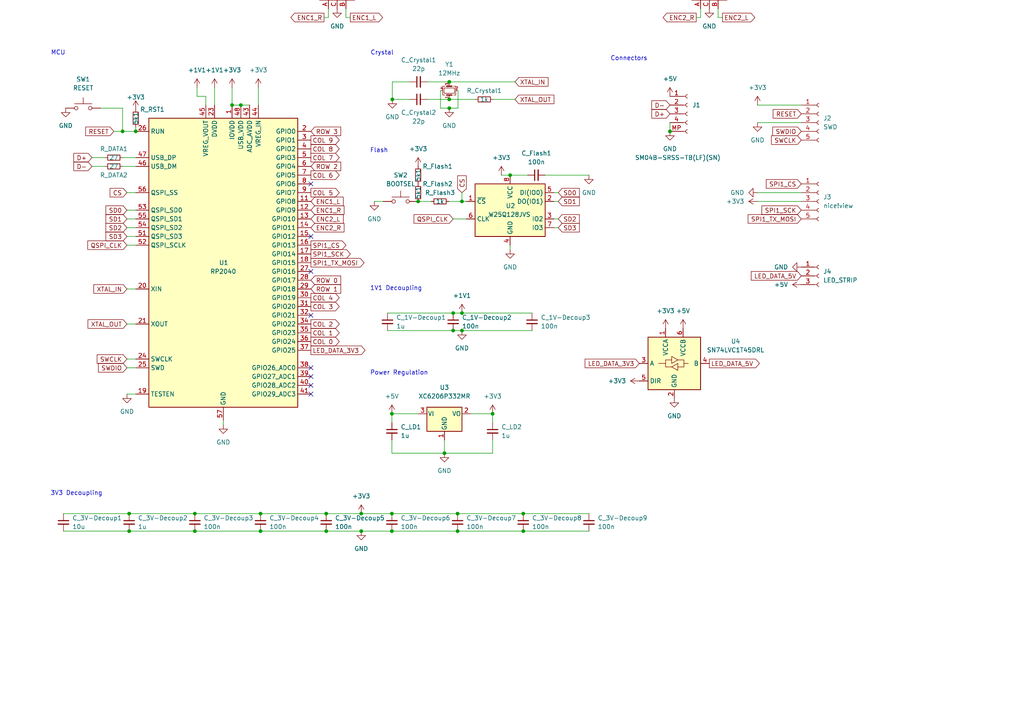
<source format=kicad_sch>
(kicad_sch (version 20250114) (generator "eeschema") (generator_version "9.0")
  (paper "A4")
  (lib_symbols
    (symbol "Connector:Conn_01x03_Socket" (pin_names (offset 1.016) (hide yes))
      (property "Reference" "J" (at 0 5.08 0))
      (property "Value" "Conn_01x03_Socket" (at 0 -5.08 0))
      (symbol "Conn_01x03_Socket_1_1"
        (pin passive line (at -5.08 2.54 0) (length 3.81) (name "Pin_1") (number "1"))
        (pin passive line (at -5.08 0 0) (length 3.81) (name "Pin_2") (number "2"))
        (pin passive line (at -5.08 -2.54 0) (length 3.81) (name "Pin_3") (number "3"))
      )
    )
    (symbol "Connector:Conn_01x04_Female" (pin_names (offset 1.016) (hide yes))
      (property "Reference" "J1" (at 1.397 0 0))
      (property "Value" "SM04B-SRSS-TB(LF)(SN)" (at -14.605 -13.335 0))
      (symbol "Conn_01x04_Female_1_1"
        (pin passive line (at -5.08 2.54 0) (length 3.81) (name "Pin_1") (number "1"))
        (pin passive line (at -5.08 0 0) (length 3.81) (name "Pin_2") (number "2"))
        (pin passive line (at -5.08 -2.54 0) (length 3.81) (name "Pin_3") (number "3"))
        (pin passive line (at -5.08 -5.08 0) (length 3.81) (name "Pin_4") (number "4"))
        (pin passive line (at -5.08 -7.62 0) (length 3.81) (name "MP") (number "MP"))
      )
    )
    (symbol "Connector:Conn_01x05_Female" (pin_names (offset 1.016) (hide yes))
      (property "Reference" "J" (at 0 7.62 0))
      (property "Value" "Conn_01x05_Female" (at 0 -7.62 0))
      (symbol "Conn_01x05_Female_1_1"
        (pin passive line (at -5.08 5.08 0) (length 3.81) (name "Pin_1") (number "1"))
        (pin passive line (at -5.08 2.54 0) (length 3.81) (name "Pin_2") (number "2"))
        (pin passive line (at -5.08 0 0) (length 3.81) (name "Pin_3") (number "3"))
        (pin passive line (at -5.08 -2.54 0) (length 3.81) (name "Pin_4") (number "4"))
        (pin passive line (at -5.08 -5.08 0) (length 3.81) (name "Pin_5") (number "5"))
      )
    )
    (symbol "Device:C_Small" (pin_numbers (hide yes)) (pin_names (offset 0.254) (hide yes))
      (property "Reference" "C" (at 0.254 1.778 0))
      (property "Value" "C_Small" (at 0.254 -2.032 0))
      (symbol "C_Small_1_1"
        (pin passive line (at 0 2.54 270) (length 2.032) (name "~") (number "1"))
        (pin passive line (at 0 -2.54 90) (length 2.032) (name "~") (number "2"))
      )
    )
    (symbol "Device:Crystal_GND24_Small" (pin_names (offset 1.016) (hide yes))
      (property "Reference" "Y" (at 1.27 4.445 0))
      (property "Value" "Crystal_GND24_Small" (at 1.27 2.54 0))
      (symbol "Crystal_GND24_Small_1_1"
        (pin passive line (at -2.54 0 0) (length 1.27) (name "1") (number "1"))
        (pin passive line (at 0 2.54 270) (length 0.635) (name "4") (number "4"))
        (pin passive line (at 0 -2.54 90) (length 0.635) (name "2") (number "2"))
        (pin passive line (at 2.54 0 180) (length 1.27) (name "3") (number "3"))
      )
    )
    (symbol "Device:D_Small" (pin_numbers (hide yes)) (pin_names (offset 0.254) (hide yes))
      (property "Reference" "D" (at -1.27 2.032 0))
      (property "Value" "D_Small" (at -3.81 -2.032 0))
      (symbol "D_Small_1_1"
        (pin passive line (at -2.54 0 0) (length 1.778) (name "K") (number "1"))
        (pin passive line (at 2.54 0 180) (length 1.778) (name "A") (number "2"))
      )
    )
    (symbol "Device:R_Small" (pin_numbers (hide yes)) (pin_names (offset 0.254) (hide yes))
      (property "Reference" "R" (at 0.762 0.508 0))
      (property "Value" "R_Small" (at 0.762 -1.016 0))
      (symbol "R_Small_1_1"
        (pin passive line (at 0 2.54 270) (length 0.762) (name "~") (number "1"))
        (pin passive line (at 0 -2.54 90) (length 0.762) (name "~") (number "2"))
      )
    )
    (symbol "Device:RotaryEncoder_Switch" (pin_names (offset 0.254) (hide yes))
      (property "Reference" "SW" (at 0 6.604 0))
      (property "Value" "RotaryEncoder_Switch" (at 0 -6.604 0))
      (symbol "RotaryEncoder_Switch_1_1"
        (pin passive line (at -7.62 2.54 0) (length 2.54) (name "A") (number "A"))
        (pin passive line (at -7.62 0 0) (length 2.54) (name "C") (number "C"))
        (pin passive line (at -7.62 -2.54 0) (length 2.54) (name "B") (number "B"))
        (pin passive line (at 7.62 2.54 180) (length 2.54) (name "S1") (number "S1"))
        (pin passive line (at 7.62 -2.54 180) (length 2.54) (name "S2") (number "S2"))
      )
    )
    (symbol "Logic_LevelTranslator:SN74LVC1T45DRL"
      (property "Reference" "U" (at -6.35 8.89 0))
      (property "Value" "SN74LVC1T45DRL" (at 3.81 8.89 0))
      (symbol "SN74LVC1T45DRL_1_1"
        (pin bidirectional line (at -10.16 0 0) (length 2.54) (name "A") (number "3"))
        (pin input line (at -10.16 -5.08 0) (length 2.54) (name "DIR") (number "5"))
        (pin power_in line (at -2.54 10.16 270) (length 2.54) (name "VCCA") (number "1"))
        (pin power_in line (at 0 -10.16 90) (length 2.54) (name "GND") (number "2"))
        (pin power_in line (at 2.54 10.16 270) (length 2.54) (name "VCCB") (number "6"))
        (pin bidirectional line (at 10.16 0 180) (length 2.54) (name "B") (number "4"))
      )
    )
    (symbol "MCU_RaspberryPi:RP2040"
      (property "Reference" "U" (at 17.78 45.72 0))
      (property "Value" "RP2040" (at 17.78 43.18 0))
      (symbol "RP2040_1_1"
        (pin input line (at -25.4 38.1 0) (length 3.81) (name "RUN") (number "26"))
        (pin bidirectional line (at -25.4 30.48 0) (length 3.81) (name "USB_DP") (number "47"))
        (pin bidirectional line (at -25.4 27.94 0) (length 3.81) (name "USB_DM") (number "46"))
        (pin bidirectional line (at -25.4 20.32 0) (length 3.81) (name "QSPI_SS") (number "56"))
        (pin bidirectional line (at -25.4 15.24 0) (length 3.81) (name "QSPI_SD0") (number "53"))
        (pin bidirectional line (at -25.4 12.7 0) (length 3.81) (name "QSPI_SD1") (number "55"))
        (pin bidirectional line (at -25.4 10.16 0) (length 3.81) (name "QSPI_SD2") (number "54"))
        (pin bidirectional line (at -25.4 7.62 0) (length 3.81) (name "QSPI_SD3") (number "51"))
        (pin output line (at -25.4 5.08 0) (length 3.81) (name "QSPI_SCLK") (number "52"))
        (pin input line (at -25.4 -7.62 0) (length 3.81) (name "XIN") (number "20"))
        (pin passive line (at -25.4 -17.78 0) (length 3.81) (name "XOUT") (number "21"))
        (pin output line (at -25.4 -27.94 0) (length 3.81) (name "SWCLK") (number "24"))
        (pin bidirectional line (at -25.4 -30.48 0) (length 3.81) (name "SWD") (number "25"))
        (pin input line (at -25.4 -38.1 0) (length 3.81) (name "TESTEN") (number "19"))
        (pin power_out line (at -5.08 45.72 270) (length 3.81) (name "VREG_VOUT") (number "45"))
        (pin power_in line (at -2.54 45.72 270) (length 3.81) (name "DVDD") (number "23"))
        (pin passive line (at -2.54 45.72 270) (length 3.81) (hide yes) (name "DVDD") (number "50"))
        (pin power_in line (at 0 -45.72 90) (length 3.81) (name "GND") (number "57"))
        (pin power_in line (at 2.54 45.72 270) (length 3.81) (name "IOVDD") (number "1"))
        (pin passive line (at 2.54 45.72 270) (length 3.81) (hide yes) (name "IOVDD") (number "10"))
        (pin passive line (at 2.54 45.72 270) (length 3.81) (hide yes) (name "IOVDD") (number "22"))
        (pin passive line (at 2.54 45.72 270) (length 3.81) (hide yes) (name "IOVDD") (number "33"))
        (pin passive line (at 2.54 45.72 270) (length 3.81) (hide yes) (name "IOVDD") (number "42"))
        (pin passive line (at 2.54 45.72 270) (length 3.81) (hide yes) (name "IOVDD") (number "49"))
        (pin power_in line (at 5.08 45.72 270) (length 3.81) (name "USB_VDD") (number "48"))
        (pin power_in line (at 7.62 45.72 270) (length 3.81) (name "ADC_AVDD") (number "43"))
        (pin power_in line (at 10.16 45.72 270) (length 3.81) (name "VREG_IN") (number "44"))
        (pin bidirectional line (at 25.4 38.1 180) (length 3.81) (name "GPIO0") (number "2"))
        (pin bidirectional line (at 25.4 35.56 180) (length 3.81) (name "GPIO1") (number "3"))
        (pin bidirectional line (at 25.4 33.02 180) (length 3.81) (name "GPIO2") (number "4"))
        (pin bidirectional line (at 25.4 30.48 180) (length 3.81) (name "GPIO3") (number "5"))
        (pin bidirectional line (at 25.4 27.94 180) (length 3.81) (name "GPIO4") (number "6"))
        (pin bidirectional line (at 25.4 25.4 180) (length 3.81) (name "GPIO5") (number "7"))
        (pin bidirectional line (at 25.4 22.86 180) (length 3.81) (name "GPIO6") (number "8"))
        (pin bidirectional line (at 25.4 20.32 180) (length 3.81) (name "GPIO7") (number "9"))
        (pin bidirectional line (at 25.4 17.78 180) (length 3.81) (name "GPIO8") (number "11"))
        (pin bidirectional line (at 25.4 15.24 180) (length 3.81) (name "GPIO9") (number "12"))
        (pin bidirectional line (at 25.4 12.7 180) (length 3.81) (name "GPIO10") (number "13"))
        (pin bidirectional line (at 25.4 10.16 180) (length 3.81) (name "GPIO11") (number "14"))
        (pin bidirectional line (at 25.4 7.62 180) (length 3.81) (name "GPIO12") (number "15"))
        (pin bidirectional line (at 25.4 5.08 180) (length 3.81) (name "GPIO13") (number "16"))
        (pin bidirectional line (at 25.4 2.54 180) (length 3.81) (name "GPIO14") (number "17"))
        (pin bidirectional line (at 25.4 0 180) (length 3.81) (name "GPIO15") (number "18"))
        (pin bidirectional line (at 25.4 -2.54 180) (length 3.81) (name "GPIO16") (number "27"))
        (pin bidirectional line (at 25.4 -5.08 180) (length 3.81) (name "GPIO17") (number "28"))
        (pin bidirectional line (at 25.4 -7.62 180) (length 3.81) (name "GPIO18") (number "29"))
        (pin bidirectional line (at 25.4 -10.16 180) (length 3.81) (name "GPIO19") (number "30"))
        (pin bidirectional line (at 25.4 -12.7 180) (length 3.81) (name "GPIO20") (number "31"))
        (pin bidirectional line (at 25.4 -15.24 180) (length 3.81) (name "GPIO21") (number "32"))
        (pin bidirectional line (at 25.4 -17.78 180) (length 3.81) (name "GPIO22") (number "34"))
        (pin bidirectional line (at 25.4 -20.32 180) (length 3.81) (name "GPIO23") (number "35"))
        (pin bidirectional line (at 25.4 -22.86 180) (length 3.81) (name "GPIO24") (number "36"))
        (pin bidirectional line (at 25.4 -25.4 180) (length 3.81) (name "GPIO25") (number "37"))
        (pin bidirectional line (at 25.4 -30.48 180) (length 3.81) (name "GPIO26_ADC0") (number "38"))
        (pin bidirectional line (at 25.4 -33.02 180) (length 3.81) (name "GPIO27_ADC1") (number "39"))
        (pin bidirectional line (at 25.4 -35.56 180) (length 3.81) (name "GPIO28_ADC2") (number "40"))
        (pin bidirectional line (at 25.4 -38.1 180) (length 3.81) (name "GPIO29_ADC3") (number "41"))
      )
    )
    (symbol "MX_Alps_Hybrid:MX-NoLED" (pin_names (offset 1.016))
      (property "Reference" "MX" (at -0.635 3.81 0))
      (property "Value" "MX_Alps_Hybrid_MX-NoLED" (at -0.635 1.27 0))
      (symbol "MX-NoLED_0_0"
        (text "ROW" (at 0 -1.905 900) (effects (font (size 0.762 0.762)) (justify right)))
        (text "COL" (at 3.175 0 0) (effects (font (size 0.762 0.762))))
      )
      (symbol "MX-NoLED_1_1"
        (pin passive line (at -1.27 -3.81 90) (length 2.54) (name "ROW") (number "2"))
        (pin passive line (at 3.81 1.27 180) (length 2.54) (name "COL") (number "1"))
      )
    )
    (symbol "Memory_Flash:W25Q128JVS"
      (property "Reference" "U" (at -8.89 8.89 0))
      (property "Value" "W25Q128JVS" (at 7.62 8.89 0))
      (symbol "W25Q128JVS_1_1"
        (pin input line (at -12.7 2.54 0) (length 2.54) (name "~{CS}") (number "1"))
        (pin input line (at -12.7 -2.54 0) (length 2.54) (name "CLK") (number "6"))
        (pin power_in line (at 0 10.16 270) (length 2.54) (name "VCC") (number "8"))
        (pin power_in line (at 0 -10.16 90) (length 2.54) (name "GND") (number "4"))
        (pin bidirectional line (at 12.7 5.08 180) (length 2.54) (name "DI(IO0)") (number "5"))
        (pin bidirectional line (at 12.7 2.54 180) (length 2.54) (name "DO(IO1)") (number "2"))
        (pin bidirectional line (at 12.7 -2.54 180) (length 2.54) (name "IO2") (number "3"))
        (pin bidirectional line (at 12.7 -5.08 180) (length 2.54) (name "IO3") (number "7"))
      )
    )
    (symbol "PCM_marbastlib-mx:MX_stab" (pin_names (offset 1.016))
      (property "Reference" "S" (at -5.08 6.35 0))
      (property "Value" "MX_stab" (at -5.08 3.81 0))
    )
    (symbol "Regulator_Linear:XC6206PxxxMR" (pin_names (offset 0.254))
      (property "Reference" "U" (at -3.81 3.175 0))
      (property "Value" "XC6206PxxxMR" (at 0 3.175 0))
      (symbol "XC6206PxxxMR_1_1"
        (pin power_in line (at -7.62 0 0) (length 2.54) (name "VI") (number "3"))
        (pin power_in line (at 0 -7.62 90) (length 2.54) (name "GND") (number "1"))
        (pin power_out line (at 7.62 0 180) (length 2.54) (name "VO") (number "2"))
      )
    )
    (symbol "Switch:SW_Push" (pin_numbers (hide yes)) (pin_names (offset 1.016) (hide yes))
      (property "Reference" "SW" (at 1.27 2.54 0))
      (property "Value" "SW_Push" (at 0 -1.524 0))
      (symbol "SW_Push_0_1"
        (pin passive line (at -5.08 0 0) (length 2.54) (name "1") (number "1"))
        (pin passive line (at 5.08 0 180) (length 2.54) (name "2") (number "2"))
      )
    )
    (symbol "power:+1V1" (power) (pin_names (offset 0))
      (property "Value" "+1V1" (at 0 3.556 0))
      (symbol "+1V1_1_1"
        (pin power_in line (at 0 0 90) (length 0) (hide yes) (name "+1V1") (number "1"))
      )
    )
    (symbol "power:+3V3" (power) (pin_names (offset 0))
      (property "Value" "+3V3" (at 0 3.556 0))
      (symbol "+3V3_1_1"
        (pin power_in line (at 0 0 90) (length 0) (hide yes) (name "+3V3") (number "1"))
      )
    )
    (symbol "power:+5V" (power) (pin_names (offset 0))
      (property "Value" "+5V" (at 0 3.556 0))
      (symbol "+5V_1_1"
        (pin power_in line (at 0 0 90) (length 0) (hide yes) (name "+5V") (number "1"))
      )
    )
    (symbol "power:GND" (power) (pin_names (offset 0))
      (property "Value" "GND" (at 0 -3.81 0))
      (symbol "GND_1_1"
        (pin power_in line (at 0 0 270) (length 0) (hide yes) (name "GND") (number "1"))
      )
    )
  )
  (text "Power Regulation\n" (at 107.315 108.966 0) (effects (font (size 1.27 1.27)) (justify left bottom)))
  (text "Flash" (at 107.315 44.45 0) (effects (font (size 1.27 1.27)) (justify left bottom)))
  (text "MCU" (at 14.732 16.129 0) (effects (font (size 1.27 1.27)) (justify left bottom)))
  (text "3V3 Decoupling" (at 14.605 143.891 0) (effects (font (size 1.27 1.27)) (justify left bottom)))
  (text "Connectors\n" (at 177.038 17.78 0) (effects (font (size 1.27 1.27)) (justify left bottom)))
  (text "1V1 Decoupling\n" (at 107.315 84.455 0) (effects (font (size 1.27 1.27)) (justify left bottom)))
  (text "Crystal\n" (at 107.442 16.129 0) (effects (font (size 1.27 1.27)) (justify left bottom)))
  (junction (at 132.715 148.971))
  (junction (at 113.665 148.971))
  (junction (at 67.31 30.48))
  (junction (at 118.11 -74.93))
  (junction (at 75.565 154.051))
  (junction (at 75.565 148.971))
  (junction (at 101.6 -67.31))
  (junction (at 166.37 -49.53))
  (junction (at 226.06 -39.37))
  (junction (at 209.55 -31.75))
  (junction (at 37.465 148.971))
  (junction (at 133.985 58.42))
  (junction (at 101.6 -49.53))
  (junction (at 132.715 154.051))
  (junction (at 74.93 -57.15))
  (junction (at 161.29 -57.15))
  (junction (at 226.06 -74.93))
  (junction (at 252.73 -67.31))
  (junction (at 96.52 -74.93))
  (junction (at 182.88 -57.15))
  (junction (at 94.615 148.971))
  (junction (at 130.302 28.829))
  (junction (at 194.31 38.1))
  (junction (at 147.955 50.8))
  (junction (at 226.06 -21.59))
  (junction (at 209.55 -67.31))
  (junction (at 182.88 -39.37))
  (junction (at 151.765 154.051))
  (junction (at 204.47 -39.37))
  (junction (at 139.7 -39.37))
  (junction (at 209.55 -49.53))
  (junction (at 139.7 -74.93))
  (junction (at 166.37 -85.09))
  (junction (at 58.42 -49.53))
  (junction (at 104.775 154.051))
  (junction (at 209.55 -85.09))
  (junction (at 133.985 90.805))
  (junction (at 58.42 -85.09))
  (junction (at 69.85 30.48))
  (junction (at 142.875 120.015))
  (junction (at 113.665 120.015))
  (junction (at 101.6 -85.09))
  (junction (at 182.88 -74.93))
  (junction (at 56.515 148.971))
  (junction (at 74.93 -74.93))
  (junction (at 118.11 -57.15))
  (junction (at 74.93 -21.59))
  (junction (at 104.775 148.971))
  (junction (at 123.19 -85.09))
  (junction (at 139.7 -57.15))
  (junction (at 35.56 38.1))
  (junction (at 101.6 -31.75))
  (junction (at 204.47 -26.67))
  (junction (at 118.11 -39.37))
  (junction (at 161.29 -39.37))
  (junction (at 130.302 31.369))
  (junction (at 252.73 -85.09))
  (junction (at 166.37 -67.31))
  (junction (at 139.7 -21.59))
  (junction (at 161.29 -74.93))
  (junction (at 96.52 -57.15))
  (junction (at 39.37 38.1))
  (junction (at 131.445 95.885))
  (junction (at 96.52 -39.37))
  (junction (at 113.792 28.829))
  (junction (at 204.47 -21.59))
  (junction (at 187.96 -85.09))
  (junction (at 204.47 -57.15))
  (junction (at 187.96 -67.31))
  (junction (at 231.14 -85.09))
  (junction (at 130.302 23.749))
  (junction (at 128.905 131.445))
  (junction (at 151.765 148.971))
  (junction (at 58.42 -67.31))
  (junction (at 144.78 -67.31))
  (junction (at 123.19 -67.31))
  (junction (at 252.73 -49.53))
  (junction (at 53.34 -39.37))
  (junction (at 94.615 154.051))
  (junction (at 37.465 154.051))
  (junction (at 161.29 -21.59))
  (junction (at 204.47 -74.93))
  (junction (at 144.78 -85.09))
  (junction (at 133.985 95.885))
  (junction (at 113.665 154.051))
  (junction (at 121.285 58.42))
  (junction (at 53.34 -21.59))
  (junction (at 80.01 -85.09))
  (junction (at 56.515 154.051))
  (junction (at 53.34 -74.93))
  (junction (at 96.52 -26.67))
  (junction (at 231.14 -49.53))
  (junction (at 53.34 -57.15))
  (junction (at 144.78 -49.53))
  (junction (at 131.445 90.805))
  (junction (at 96.52 -21.59))
  (junction (at 80.01 -67.31))
  (no_connect (at 90.17 91.44))
  (no_connect (at 90.17 68.58))
  (no_connect (at 90.17 106.68))
  (no_connect (at 90.17 109.22))
  (no_connect (at 90.17 78.74))
  (no_connect (at 90.17 53.34))
  (no_connect (at 90.17 111.76))
  (no_connect (at 90.17 114.3))
  (wire (pts (xy 132.842 31.369) (xy 130.302 31.369)))
  (wire (pts (xy 200.66 -12.7) (xy 203.2 -12.7)))
  (wire (pts (xy 37.465 148.971) (xy 56.515 148.971)))
  (wire (pts (xy 252.73 -85.09) (xy 252.73 -67.31)))
  (wire (pts (xy 45.72 -57.15) (xy 53.34 -57.15)))
  (wire (pts (xy 53.34 -21.59) (xy 74.93 -21.59)))
  (wire (pts (xy 57.15 25.4) (xy 57.15 27.94)))
  (wire (pts (xy 182.88 -74.93) (xy 204.47 -74.93)))
  (wire (pts (xy 67.31 25.4) (xy 67.31 30.48)))
  (wire (pts (xy 80.01 -85.09) (xy 80.01 -67.31)))
  (wire (pts (xy 136.525 120.015) (xy 142.875 120.015)))
  (wire (pts (xy 18.415 148.971) (xy 37.465 148.971)))
  (wire (pts (xy 204.47 -57.15) (xy 247.65 -57.15)))
  (wire (pts (xy 127.762 31.369) (xy 130.302 31.369)))
  (wire (pts (xy 231.14 -49.53) (xy 231.14 -31.75)))
  (wire (pts (xy 118.11 -39.37) (xy 139.7 -39.37)))
  (wire (pts (xy 113.665 154.051) (xy 132.715 154.051)))
  (wire (pts (xy 62.23 25.4) (xy 62.23 30.48)))
  (wire (pts (xy 26.67 48.26) (xy 30.48 48.26)))
  (wire (pts (xy 104.775 148.971) (xy 113.665 148.971)))
  (wire (pts (xy 113.792 23.749) (xy 113.792 28.829)))
  (wire (pts (xy 200.66 -26.67) (xy 204.47 -26.67)))
  (wire (pts (xy 182.88 -57.15) (xy 204.47 -57.15)))
  (wire (pts (xy 219.71 58.42) (xy 232.41 58.42)))
  (wire (pts (xy 161.29 -74.93) (xy 182.88 -74.93)))
  (wire (pts (xy 130.302 28.829) (xy 137.922 28.829)))
  (wire (pts (xy 187.96 -67.31) (xy 187.96 -49.53)))
  (wire (pts (xy 204.47 -74.93) (xy 226.06 -74.93)))
  (wire (pts (xy 144.78 -49.53) (xy 144.78 -31.75)))
  (wire (pts (xy 35.56 31.369) (xy 35.56 38.1)))
  (wire (pts (xy 74.93 -74.93) (xy 96.52 -74.93)))
  (wire (pts (xy 139.7 -57.15) (xy 161.29 -57.15)))
  (wire (pts (xy 147.955 50.8) (xy 153.035 50.8)))
  (wire (pts (xy 131.445 90.805) (xy 133.985 90.805)))
  (wire (pts (xy 18.415 154.051) (xy 37.465 154.051)))
  (wire (pts (xy 113.792 23.749) (xy 118.872 23.749)))
  (wire (pts (xy 123.19 -67.31) (xy 123.19 -49.53)))
  (wire (pts (xy 131.445 63.5) (xy 135.255 63.5)))
  (wire (pts (xy 147.955 71.12) (xy 147.955 72.39)))
  (wire (pts (xy 74.93 -57.15) (xy 96.52 -57.15)))
  (wire (pts (xy 36.83 71.12) (xy 39.37 71.12)))
  (wire (pts (xy 132.715 148.971) (xy 151.765 148.971)))
  (wire (pts (xy 208.28 -12.7) (xy 210.82 -12.7)))
  (wire (pts (xy 133.985 90.805) (xy 154.305 90.805)))
  (wire (pts (xy 139.7 -21.59) (xy 161.29 -21.59)))
  (wire (pts (xy 37.465 154.051) (xy 56.515 154.051)))
  (wire (pts (xy 94.615 148.971) (xy 104.775 148.971)))
  (wire (pts (xy 123.19 -85.09) (xy 123.19 -67.31)))
  (wire (pts (xy 75.565 148.971) (xy 94.615 148.971)))
  (wire (pts (xy 100.33 5.08) (xy 100.33 2.54)))
  (wire (pts (xy 36.83 106.68) (xy 39.37 106.68)))
  (wire (pts (xy 113.665 120.015) (xy 121.285 120.015)))
  (wire (pts (xy 252.73 -67.31) (xy 252.73 -49.53)))
  (wire (pts (xy 45.72 -39.37) (xy 53.34 -39.37)))
  (wire (pts (xy 226.06 -21.59) (xy 247.65 -21.59)))
  (wire (pts (xy 204.47 -21.59) (xy 226.06 -21.59)))
  (wire (pts (xy 36.83 55.88) (xy 39.37 55.88)))
  (wire (pts (xy 101.6 -67.31) (xy 101.6 -49.53)))
  (wire (pts (xy 226.06 -74.93) (xy 247.65 -74.93)))
  (wire (pts (xy 151.765 148.971) (xy 170.815 148.971)))
  (wire (pts (xy 36.83 83.82) (xy 39.37 83.82)))
  (wire (pts (xy 118.11 -74.93) (xy 139.7 -74.93)))
  (wire (pts (xy 133.985 55.88) (xy 133.985 58.42)))
  (wire (pts (xy 45.72 -21.59) (xy 53.34 -21.59)))
  (wire (pts (xy 128.905 127.635) (xy 128.905 131.445)))
  (wire (pts (xy 123.952 23.749) (xy 130.302 23.749)))
  (wire (pts (xy 118.11 -57.15) (xy 139.7 -57.15)))
  (wire (pts (xy 104.775 154.051) (xy 113.665 154.051)))
  (wire (pts (xy 35.56 48.26) (xy 39.37 48.26)))
  (wire (pts (xy 92.71 -12.7) (xy 92.71 -26.67)))
  (wire (pts (xy 209.55 -91.44) (xy 209.55 -85.09)))
  (wire (pts (xy 123.19 -91.44) (xy 123.19 -85.09)))
  (wire (pts (xy 145.415 50.8) (xy 147.955 50.8)))
  (wire (pts (xy 58.42 -67.31) (xy 58.42 -49.53)))
  (wire (pts (xy 166.37 -67.31) (xy 166.37 -49.53)))
  (wire (pts (xy 142.875 122.555) (xy 142.875 120.015)))
  (wire (pts (xy 102.87 -31.75) (xy 101.6 -31.75)))
  (wire (pts (xy 96.52 -57.15) (xy 118.11 -57.15)))
  (wire (pts (xy 58.42 -91.44) (xy 58.42 -85.09)))
  (wire (pts (xy 208.28 5.08) (xy 208.28 2.54)))
  (wire (pts (xy 33.02 38.1) (xy 35.56 38.1)))
  (wire (pts (xy 108.585 58.42) (xy 111.125 58.42)))
  (wire (pts (xy 101.6 5.08) (xy 100.33 5.08)))
  (wire (pts (xy 182.88 -39.37) (xy 204.47 -39.37)))
  (wire (pts (xy 209.55 -85.09) (xy 209.55 -67.31)))
  (wire (pts (xy 139.7 -39.37) (xy 161.29 -39.37)))
  (wire (pts (xy 67.31 30.48) (xy 69.85 30.48)))
  (wire (pts (xy 121.285 58.42) (xy 125.095 58.42)))
  (wire (pts (xy 160.655 58.42) (xy 161.925 58.42)))
  (wire (pts (xy 75.565 154.051) (xy 94.615 154.051)))
  (wire (pts (xy 187.96 -91.44) (xy 187.96 -85.09)))
  (wire (pts (xy 160.655 55.88) (xy 161.925 55.88)))
  (wire (pts (xy 58.42 -49.53) (xy 58.42 -31.75)))
  (wire (pts (xy 144.78 -91.44) (xy 144.78 -85.09)))
  (wire (pts (xy 94.615 154.051) (xy 104.775 154.051)))
  (wire (pts (xy 69.85 30.48) (xy 72.39 30.48)))
  (wire (pts (xy 144.78 -85.09) (xy 144.78 -67.31)))
  (wire (pts (xy 219.71 35.56) (xy 232.41 35.56)))
  (wire (pts (xy 35.56 45.72) (xy 39.37 45.72)))
  (wire (pts (xy 131.445 95.885) (xy 133.985 95.885)))
  (wire (pts (xy 158.115 50.8) (xy 170.815 50.8)))
  (wire (pts (xy 130.302 23.749) (xy 149.352 23.749)))
  (wire (pts (xy 160.655 63.5) (xy 161.925 63.5)))
  (wire (pts (xy 80.01 -67.31) (xy 80.01 -31.75)))
  (wire (pts (xy 209.55 -67.31) (xy 209.55 -49.53)))
  (wire (pts (xy 80.01 -91.44) (xy 80.01 -85.09)))
  (wire (pts (xy 45.72 -74.93) (xy 53.34 -74.93)))
  (wire (pts (xy 92.71 -26.67) (xy 96.52 -26.67)))
  (wire (pts (xy 59.69 27.94) (xy 57.15 27.94)))
  (wire (pts (xy 53.34 -57.15) (xy 74.93 -57.15)))
  (wire (pts (xy 143.002 28.829) (xy 149.352 28.829)))
  (wire (pts (xy 204.47 -39.37) (xy 226.06 -39.37)))
  (wire (pts (xy 36.83 60.96) (xy 39.37 60.96)))
  (wire (pts (xy 226.06 -39.37) (xy 247.65 -39.37)))
  (wire (pts (xy 56.515 154.051) (xy 75.565 154.051)))
  (wire (pts (xy 102.87 -12.7) (xy 102.87 -31.75)))
  (wire (pts (xy 59.69 30.48) (xy 59.69 27.94)))
  (wire (pts (xy 93.98 5.08) (xy 95.25 5.08)))
  (wire (pts (xy 161.29 -39.37) (xy 182.88 -39.37)))
  (wire (pts (xy 194.31 35.56) (xy 194.31 38.1)))
  (wire (pts (xy 36.83 114.3) (xy 39.37 114.3)))
  (wire (pts (xy 53.34 -74.93) (xy 74.93 -74.93)))
  (wire (pts (xy 133.985 58.42) (xy 135.255 58.42)))
  (wire (pts (xy 36.83 66.04) (xy 39.37 66.04)))
  (wire (pts (xy 209.55 5.08) (xy 208.28 5.08)))
  (wire (pts (xy 201.93 5.08) (xy 203.2 5.08)))
  (wire (pts (xy 209.55 -49.53) (xy 209.55 -31.75)))
  (wire (pts (xy 219.71 55.88) (xy 232.41 55.88)))
  (wire (pts (xy 92.71 -12.7) (xy 95.25 -12.7)))
  (wire (pts (xy 96.52 -74.93) (xy 118.11 -74.93)))
  (wire (pts (xy 112.395 95.885) (xy 131.445 95.885)))
  (wire (pts (xy 166.37 -49.53) (xy 166.37 -31.75)))
  (wire (pts (xy 252.73 -91.44) (xy 252.73 -85.09)))
  (wire (pts (xy 36.83 104.14) (xy 39.37 104.14)))
  (wire (pts (xy 142.875 127.635) (xy 142.875 131.445)))
  (wire (pts (xy 113.792 28.829) (xy 118.872 28.829)))
  (wire (pts (xy 127.762 26.289) (xy 127.762 31.369)))
  (wire (pts (xy 112.395 90.805) (xy 131.445 90.805)))
  (wire (pts (xy 101.6 -49.53) (xy 101.6 -31.75)))
  (wire (pts (xy 36.83 68.58) (xy 39.37 68.58)))
  (wire (pts (xy 56.515 148.971) (xy 75.565 148.971)))
  (wire (pts (xy 26.67 45.72) (xy 30.48 45.72)))
  (wire (pts (xy 101.6 -85.09) (xy 101.6 -67.31)))
  (wire (pts (xy 113.665 127.635) (xy 113.665 131.445)))
  (wire (pts (xy 139.7 -74.93) (xy 161.29 -74.93)))
  (wire (pts (xy 231.14 -91.44) (xy 231.14 -85.09)))
  (wire (pts (xy 35.56 38.1) (xy 39.37 38.1)))
  (wire (pts (xy 132.842 26.289) (xy 132.842 31.369)))
  (wire (pts (xy 187.96 -85.09) (xy 187.96 -67.31)))
  (wire (pts (xy 96.52 -39.37) (xy 118.11 -39.37)))
  (wire (pts (xy 128.905 131.445) (xy 142.875 131.445)))
  (wire (pts (xy 200.66 -12.7) (xy 200.66 -26.67)))
  (wire (pts (xy 219.71 30.48) (xy 232.41 30.48)))
  (wire (pts (xy 58.42 -85.09) (xy 58.42 -67.31)))
  (wire (pts (xy 101.6 -91.44) (xy 101.6 -85.09)))
  (wire (pts (xy 74.93 -21.59) (xy 96.52 -21.59)))
  (wire (pts (xy 53.34 -39.37) (xy 96.52 -39.37)))
  (wire (pts (xy 133.985 95.885) (xy 154.305 95.885)))
  (wire (pts (xy 113.665 148.971) (xy 132.715 148.971)))
  (wire (pts (xy 166.37 -91.44) (xy 166.37 -85.09)))
  (wire (pts (xy 130.175 58.42) (xy 133.985 58.42)))
  (wire (pts (xy 113.665 120.015) (xy 113.665 122.555)))
  (wire (pts (xy 36.83 93.98) (xy 39.37 93.98)))
  (wire (pts (xy 252.73 -49.53) (xy 252.73 -31.75)))
  (wire (pts (xy 210.82 -31.75) (xy 209.55 -31.75)))
  (wire (pts (xy 151.765 154.051) (xy 170.815 154.051)))
  (wire (pts (xy 96.52 -21.59) (xy 139.7 -21.59)))
  (wire (pts (xy 231.14 -85.09) (xy 231.14 -49.53)))
  (wire (pts (xy 210.82 -12.7) (xy 210.82 -31.75)))
  (wire (pts (xy 74.93 25.4) (xy 74.93 30.48)))
  (wire (pts (xy 144.78 -67.31) (xy 144.78 -49.53)))
  (wire (pts (xy 29.21 31.369) (xy 35.56 31.369)))
  (wire (pts (xy 161.29 -57.15) (xy 182.88 -57.15)))
  (wire (pts (xy 36.83 63.5) (xy 39.37 63.5)))
  (wire (pts (xy 160.655 66.04) (xy 161.925 66.04)))
  (wire (pts (xy 113.665 131.445) (xy 128.905 131.445)))
  (wire (pts (xy 161.29 -21.59) (xy 204.47 -21.59)))
  (wire (pts (xy 166.37 -85.09) (xy 166.37 -67.31)))
  (wire (pts (xy 102.87 -12.7) (xy 100.33 -12.7)))
  (wire (pts (xy 64.77 121.92) (xy 64.77 123.19)))
  (wire (pts (xy 203.2 5.08) (xy 203.2 2.54)))
  (wire (pts (xy 123.952 28.829) (xy 130.302 28.829)))
  (wire (pts (xy 39.37 36.83) (xy 39.37 38.1)))
  (wire (pts (xy 95.25 5.08) (xy 95.25 2.54)))
  (wire (pts (xy 132.715 154.051) (xy 151.765 154.051)))
  (global_label "SWDIO" (shape input) (at 36.83 106.68 180) (property "Intersheetrefs" "${INTERSHEET_REFS}" (effects (hide yes))))
  (global_label "COL 2" (shape input) (at 101.6 -91.44 90) (property "Intersheetrefs" "${INTERSHEET_REFS}" (effects (hide yes))))
  (global_label "XTAL_IN" (shape input) (at 36.83 83.82 180) (property "Intersheetrefs" "${INTERSHEET_REFS}" (effects (hide yes))))
  (global_label "COL 0" (shape input) (at 58.42 -91.44 90) (property "Intersheetrefs" "${INTERSHEET_REFS}" (effects (hide yes))))
  (global_label "SPI1_TX_MOSI" (shape input) (at 232.41 63.5 180) (property "Intersheetrefs" "${INTERSHEET_REFS}" (effects (hide yes))))
  (global_label "QSPI_CLK" (shape input) (at 36.83 71.12 180) (property "Intersheetrefs" "${INTERSHEET_REFS}" (effects (hide yes))))
  (global_label "ROW 2" (shape input) (at 90.17 48.26 0) (property "Intersheetrefs" "${INTERSHEET_REFS}" (effects (hide yes))))
  (global_label "SWDIO" (shape input) (at 232.41 38.1 180) (property "Intersheetrefs" "${INTERSHEET_REFS}" (effects (hide yes))))
  (global_label "COL 6" (shape output) (at 90.17 50.8 0) (property "Intersheetrefs" "${INTERSHEET_REFS}" (effects (hide yes))))
  (global_label "SWCLK" (shape input) (at 232.41 40.64 180) (property "Intersheetrefs" "${INTERSHEET_REFS}" (effects (hide yes))))
  (global_label "D-" (shape input) (at 194.31 30.48 180) (property "Intersheetrefs" "${INTERSHEET_REFS}" (effects (hide yes))))
  (global_label "COL 3" (shape input) (at 123.19 -91.44 90) (property "Intersheetrefs" "${INTERSHEET_REFS}" (effects (hide yes))))
  (global_label "COL 4" (shape output) (at 90.17 86.36 0) (property "Intersheetrefs" "${INTERSHEET_REFS}" (effects (hide yes))))
  (global_label "SD1" (shape input) (at 161.925 58.42 0) (property "Intersheetrefs" "${INTERSHEET_REFS}" (effects (hide yes))))
  (global_label "ENC1_R" (shape output) (at 93.98 5.08 180) (property "Intersheetrefs" "${INTERSHEET_REFS}" (effects (hide yes))))
  (global_label "LED_DATA_5V" (shape output) (at 205.74 105.41 0) (property "Intersheetrefs" "${INTERSHEET_REFS}" (effects (hide yes))))
  (global_label "D+" (shape input) (at 26.67 45.72 180) (property "Intersheetrefs" "${INTERSHEET_REFS}" (effects (hide yes))))
  (global_label "SD0" (shape input) (at 161.925 55.88 0) (property "Intersheetrefs" "${INTERSHEET_REFS}" (effects (hide yes))))
  (global_label "COL 3" (shape output) (at 90.17 88.9 0) (property "Intersheetrefs" "${INTERSHEET_REFS}" (effects (hide yes))))
  (global_label "SD3" (shape input) (at 161.925 66.04 0) (property "Intersheetrefs" "${INTERSHEET_REFS}" (effects (hide yes))))
  (global_label "ENC1_L" (shape output) (at 101.6 5.08 0) (property "Intersheetrefs" "${INTERSHEET_REFS}" (effects (hide yes))))
  (global_label "COL 4" (shape input) (at 144.78 -91.44 90) (property "Intersheetrefs" "${INTERSHEET_REFS}" (effects (hide yes))))
  (global_label "SWCLK" (shape input) (at 36.83 104.14 180) (property "Intersheetrefs" "${INTERSHEET_REFS}" (effects (hide yes))))
  (global_label "LED_DATA_3V3" (shape input) (at 185.42 105.41 180) (property "Intersheetrefs" "${INTERSHEET_REFS}" (effects (hide yes))))
  (global_label "RESET" (shape input) (at 33.02 38.1 180) (property "Intersheetrefs" "${INTERSHEET_REFS}" (effects (hide yes))))
  (global_label "SPI1_CS" (shape output) (at 90.17 71.12 0) (property "Intersheetrefs" "${INTERSHEET_REFS}" (effects (hide yes))))
  (global_label "SD3" (shape input) (at 36.83 68.58 180) (property "Intersheetrefs" "${INTERSHEET_REFS}" (effects (hide yes))))
  (global_label "COL 1" (shape input) (at 80.01 -91.44 90) (property "Intersheetrefs" "${INTERSHEET_REFS}" (effects (hide yes))))
  (global_label "SPI1_SCK" (shape output) (at 90.17 73.66 0) (property "Intersheetrefs" "${INTERSHEET_REFS}" (effects (hide yes))))
  (global_label "ENC1_L" (shape input) (at 90.17 58.42 0) (property "Intersheetrefs" "${INTERSHEET_REFS}" (effects (hide yes))))
  (global_label "SPI1_SCK" (shape input) (at 232.41 60.96 180) (property "Intersheetrefs" "${INTERSHEET_REFS}" (effects (hide yes))))
  (global_label "COL 6" (shape input) (at 187.96 -91.44 90) (property "Intersheetrefs" "${INTERSHEET_REFS}" (effects (hide yes))))
  (global_label "ENC2_L" (shape output) (at 209.55 5.08 0) (property "Intersheetrefs" "${INTERSHEET_REFS}" (effects (hide yes))))
  (global_label "ROW 0" (shape output) (at 45.72 -74.93 180) (property "Intersheetrefs" "${INTERSHEET_REFS}" (effects (hide yes))))
  (global_label "XTAL_OUT" (shape input) (at 36.83 93.98 180) (property "Intersheetrefs" "${INTERSHEET_REFS}" (effects (hide yes))))
  (global_label "SD1" (shape input) (at 36.83 63.5 180) (property "Intersheetrefs" "${INTERSHEET_REFS}" (effects (hide yes))))
  (global_label "ROW 2" (shape output) (at 45.72 -39.37 180) (property "Intersheetrefs" "${INTERSHEET_REFS}" (effects (hide yes))))
  (global_label "ROW 1" (shape input) (at 90.17 83.82 0) (property "Intersheetrefs" "${INTERSHEET_REFS}" (effects (hide yes))))
  (global_label "SD0" (shape input) (at 36.83 60.96 180) (property "Intersheetrefs" "${INTERSHEET_REFS}" (effects (hide yes))))
  (global_label "COL 5" (shape input) (at 166.37 -91.44 90) (property "Intersheetrefs" "${INTERSHEET_REFS}" (effects (hide yes))))
  (global_label "COL 8" (shape input) (at 231.14 -91.44 90) (property "Intersheetrefs" "${INTERSHEET_REFS}" (effects (hide yes))))
  (global_label "D+" (shape input) (at 194.31 33.02 180) (property "Intersheetrefs" "${INTERSHEET_REFS}" (effects (hide yes))))
  (global_label "ENC2_R" (shape input) (at 90.17 66.04 0) (property "Intersheetrefs" "${INTERSHEET_REFS}" (effects (hide yes))))
  (global_label "COL 9" (shape output) (at 90.17 40.64 0) (property "Intersheetrefs" "${INTERSHEET_REFS}" (effects (hide yes))))
  (global_label "ROW 0" (shape input) (at 90.17 81.28 0) (property "Intersheetrefs" "${INTERSHEET_REFS}" (effects (hide yes))))
  (global_label "COL 7" (shape input) (at 209.55 -91.44 90) (property "Intersheetrefs" "${INTERSHEET_REFS}" (effects (hide yes))))
  (global_label "ROW 3" (shape input) (at 90.17 38.1 0) (property "Intersheetrefs" "${INTERSHEET_REFS}" (effects (hide yes))))
  (global_label "COL 8" (shape output) (at 90.17 43.18 0) (property "Intersheetrefs" "${INTERSHEET_REFS}" (effects (hide yes))))
  (global_label "COL 1" (shape output) (at 90.17 96.52 0) (property "Intersheetrefs" "${INTERSHEET_REFS}" (effects (hide yes))))
  (global_label "ENC2_R" (shape output) (at 201.93 5.08 180) (property "Intersheetrefs" "${INTERSHEET_REFS}" (effects (hide yes))))
  (global_label "COL 2" (shape output) (at 90.17 93.98 0) (property "Intersheetrefs" "${INTERSHEET_REFS}" (effects (hide yes))))
  (global_label "XTAL_IN" (shape input) (at 149.352 23.749 0) (property "Intersheetrefs" "${INTERSHEET_REFS}" (effects (hide yes))))
  (global_label "SPI1_CS" (shape input) (at 232.41 53.34 180) (property "Intersheetrefs" "${INTERSHEET_REFS}" (effects (hide yes))))
  (global_label "COL 0" (shape output) (at 90.17 99.06 0) (property "Intersheetrefs" "${INTERSHEET_REFS}" (effects (hide yes))))
  (global_label "SD2" (shape input) (at 161.925 63.5 0) (property "Intersheetrefs" "${INTERSHEET_REFS}" (effects (hide yes))))
  (global_label "ROW 3" (shape output) (at 45.72 -21.59 180) (property "Intersheetrefs" "${INTERSHEET_REFS}" (effects (hide yes))))
  (global_label "ENC2_L" (shape input) (at 90.17 63.5 0) (property "Intersheetrefs" "${INTERSHEET_REFS}" (effects (hide yes))))
  (global_label "RESET" (shape input) (at 232.41 33.02 180) (property "Intersheetrefs" "${INTERSHEET_REFS}" (effects (hide yes))))
  (global_label "QSPI_CLK" (shape input) (at 131.445 63.5 180) (property "Intersheetrefs" "${INTERSHEET_REFS}" (effects (hide yes))))
  (global_label "D-" (shape input) (at 26.67 48.26 180) (property "Intersheetrefs" "${INTERSHEET_REFS}" (effects (hide yes))))
  (global_label "SD2" (shape input) (at 36.83 66.04 180) (property "Intersheetrefs" "${INTERSHEET_REFS}" (effects (hide yes))))
  (global_label "LED_DATA_5V" (shape input) (at 232.41 80.01 180) (property "Intersheetrefs" "${INTERSHEET_REFS}" (effects (hide yes))))
  (global_label "CS" (shape input) (at 36.83 55.88 180) (property "Intersheetrefs" "${INTERSHEET_REFS}" (effects (hide yes))))
  (global_label "LED_DATA_3V3" (shape output) (at 90.17 101.6 0) (property "Intersheetrefs" "${INTERSHEET_REFS}" (effects (hide yes))))
  (global_label "ENC1_R" (shape input) (at 90.17 60.96 0) (property "Intersheetrefs" "${INTERSHEET_REFS}" (effects (hide yes))))
  (global_label "COL 7" (shape output) (at 90.17 45.72 0) (property "Intersheetrefs" "${INTERSHEET_REFS}" (effects (hide yes))))
  (global_label "XTAL_OUT" (shape input) (at 149.352 28.829 0) (property "Intersheetrefs" "${INTERSHEET_REFS}" (effects (hide yes))))
  (global_label "CS" (shape input) (at 133.985 55.88 90) (property "Intersheetrefs" "${INTERSHEET_REFS}" (effects (hide yes))))
  (global_label "COL 5" (shape output) (at 90.17 55.88 0) (property "Intersheetrefs" "${INTERSHEET_REFS}" (effects (hide yes))))
  (global_label "COL 9" (shape input) (at 252.73 -91.44 90) (property "Intersheetrefs" "${INTERSHEET_REFS}" (effects (hide yes))))
  (global_label "ROW 1" (shape output) (at 45.72 -57.15 180) (property "Intersheetrefs" "${INTERSHEET_REFS}" (effects (hide yes))))
  (global_label "SPI1_TX_MOSI" (shape output) (at 90.17 76.2 0) (property "Intersheetrefs" "${INTERSHEET_REFS}" (effects (hide yes))))
  (symbol (lib_id "MX_Alps_Hybrid:MX-NoLED") (at 162.56 -48.26 0) (unit 1)
    (property "Reference" "MX24" (at 163.3982 -53.9242 0) (effects (font (size 1.524 1.524))))
    (property "Value" "MX-NoLED" (at 163.3982 -52.0446 0) (effects (font (size 0.508 0.508))))
    (property "Footprint" "PCM_Switch_Keyboard_Hybrid:SW_Hybrid_Cherry_MX_Alps_1.00u" (effects (hide yes)))
  )
  (symbol (lib_id "Device:C_Small") (at 112.395 93.345 0) (unit 1)
    (property "Reference" "C_1V-Decoup1" (at 114.935 92.0812 0) (effects (justify left)))
    (property "Value" "1u" (at 114.935 94.6212 0) (effects (justify left)))
    (property "Footprint" "Capacitor_SMD:C_0402_1005Metric" (effects (hide yes)))
  )
  (symbol (lib_id "Device:D_Small") (at 53.34 -77.47 90) (unit 1)
    (property "Reference" "D1" (at 55.88 -78.74 90) (effects (justify right)))
    (property "Value" "1N4148W" (at 55.88 -76.2 90) (effects (justify right)))
    (property "Footprint" "Diode_SMD:D_SOD-123" (effects (hide yes)))
  )
  (symbol (lib_id "power:GND") (at 108.585 58.42 0) (unit 1)
    (property "Reference" "#PWR09" (effects (hide yes)))
    (property "Value" "GND" (at 108.585 63.5 0))
  )
  (symbol (lib_id "Device:D_Small") (at 139.7 -59.69 90) (unit 1)
    (property "Reference" "D15" (at 142.24 -60.96 90) (effects (justify right)))
    (property "Value" "1N4148W" (at 142.24 -58.42 90) (effects (justify right)))
    (property "Footprint" "Diode_SMD:D_SOD-123" (effects (hide yes)))
  )
  (symbol (lib_id "Device:D_Small") (at 226.06 -24.13 90) (unit 1)
    (property "Reference" "D35" (at 228.6 -25.4 90) (effects (justify right)))
    (property "Value" "1N4148W" (at 228.6 -22.86 90) (effects (justify right)))
    (property "Footprint" "Diode_SMD:D_SOD-123" (effects (hide yes)))
  )
  (symbol (lib_id "Device:C_Small") (at 121.412 23.749 90) (unit 1)
    (property "Reference" "C_Crystal1" (at 121.4183 17.399 90))
    (property "Value" "22p" (at 121.4183 19.939 90))
    (property "Footprint" "Capacitor_SMD:C_0402_1005Metric" (effects (hide yes)))
  )
  (symbol (lib_id "MX_Alps_Hybrid:MX-NoLED") (at 227.33 -83.82 0) (unit 1)
    (property "Reference" "MX9" (at 228.1682 -89.4842 0) (effects (font (size 1.524 1.524))))
    (property "Value" "MX-NoLED" (at 228.1682 -87.6046 0) (effects (font (size 0.508 0.508))))
    (property "Footprint" "PCM_Switch_Keyboard_Hybrid:SW_Hybrid_Cherry_MX_Alps_1.00u" (effects (hide yes)))
  )
  (symbol (lib_id "MX_Alps_Hybrid:MX-NoLED") (at 205.74 -83.82 0) (unit 1)
    (property "Reference" "MX8" (at 206.5782 -89.4842 0) (effects (font (size 1.524 1.524))))
    (property "Value" "MX-NoLED" (at 206.5782 -87.6046 0) (effects (font (size 0.508 0.508))))
    (property "Footprint" "PCM_Switch_Keyboard_Hybrid:SW_Hybrid_Cherry_MX_Alps_1.00u" (effects (hide yes)))
  )
  (symbol (lib_id "power:+1V1") (at 133.985 90.805 0) (unit 1)
    (property "Reference" "#PWR013" (effects (hide yes)))
    (property "Value" "+1V1" (at 133.985 85.725 0))
  )
  (symbol (lib_id "power:+5V") (at 198.12 95.25 0) (unit 1)
    (property "Reference" "#PWR034" (effects (hide yes)))
    (property "Value" "+5V" (at 198.12 90.17 0))
  )
  (symbol (lib_id "Device:D_Small") (at 139.7 -24.13 90) (unit 1)
    (property "Reference" "D32" (at 142.24 -25.4 90) (effects (justify right)))
    (property "Value" "1N4148W" (at 142.24 -22.86 90) (effects (justify right)))
    (property "Footprint" "Diode_SMD:D_SOD-123" (effects (hide yes)))
  )
  (symbol (lib_id "Device:D_Small") (at 204.47 -59.69 90) (unit 1)
    (property "Reference" "D18" (at 207.01 -60.96 90) (effects (justify right)))
    (property "Value" "1N4148W" (at 207.01 -58.42 90) (effects (justify right)))
    (property "Footprint" "Diode_SMD:D_SOD-123" (effects (hide yes)))
  )
  (symbol (lib_id "Device:C_Small") (at 154.305 93.345 0) (unit 1)
    (property "Reference" "C_1V-Decoup3" (at 156.845 92.0813 0) (effects (justify left)))
    (property "Value" "100n" (at 156.845 94.6213 0) (effects (justify left)))
    (property "Footprint" "Capacitor_SMD:C_0402_1005Metric" (effects (hide yes)))
  )
  (symbol (lib_id "power:+3V3") (at 39.37 31.75 0) (unit 1)
    (property "Reference" "#PWR03" (effects (hide yes)))
    (property "Value" "+3V3" (at 39.37 28.194 0))
  )
  (symbol (lib_id "MX_Alps_Hybrid:MX-NoLED") (at 119.38 -83.82 0) (unit 1)
    (property "Reference" "MX4" (at 120.2182 -89.4842 0) (effects (font (size 1.524 1.524))))
    (property "Value" "MX-NoLED" (at 120.2182 -87.6046 0) (effects (font (size 0.508 0.508))))
    (property "Footprint" "PCM_Switch_Keyboard_Hybrid:SW_Hybrid_Cherry_MX_Alps_1.00u" (effects (hide yes)))
  )
  (symbol (lib_id "MX_Alps_Hybrid:MX-NoLED") (at 54.61 -30.48 0) (unit 1)
    (property "Reference" "MX29" (at 55.4482 -36.1442 0) (effects (font (size 1.524 1.524))))
    (property "Value" "MX-NoLED" (at 55.4482 -34.2646 0) (effects (font (size 0.508 0.508))))
    (property "Footprint" "PCM_Switch_Keyboard_Hybrid:SW_Hybrid_Cherry_MX_Alps_1.00u" (effects (hide yes)))
  )
  (symbol (lib_id "Device:D_Small") (at 204.47 -24.13 90) (unit 1)
    (property "Reference" "D34" (at 207.01 -25.4 90) (effects (justify right)))
    (property "Value" "1N4148W" (at 207.01 -22.86 90) (effects (justify right)))
    (property "Footprint" "Diode_SMD:D_SOD-123" (effects (hide yes)))
  )
  (symbol (lib_id "Connector:Conn_01x03_Socket") (at 237.49 80.01 0) (unit 1)
    (property "Reference" "J4" (at 238.76 78.7399 0) (effects (justify left)))
    (property "Value" "LED_STRIP" (at 238.76 81.2799 0) (effects (justify left)))
    (property "Footprint" "Connector_PinHeader_2.54mm:PinHeader_1x03_P2.54mm_Vertical" (effects (hide yes)))
    (property "Description" "Generic connector, single row, 01x03, script generated" (effects (hide yes)))
  )
  (symbol (lib_id "Connector:Conn_01x05_Female") (at 237.49 35.56 0) (unit 1) (in_bom no)
    (property "Reference" "J2" (at 238.76 34.2899 0) (effects (justify left)))
    (property "Value" "SWD" (at 238.76 36.8299 0) (effects (justify left)))
    (property "Footprint" "Connector_PinHeader_2.54mm:PinHeader_1x05_P2.54mm_Vertical" (effects (hide yes)))
  )
  (symbol (lib_id "Device:D_Small") (at 161.29 -24.13 90) (unit 1)
    (property "Reference" "D33" (at 163.83 -25.4 90) (effects (justify right)))
    (property "Value" "1N4148W" (at 163.83 -22.86 90) (effects (justify right)))
    (property "Footprint" "Diode_SMD:D_SOD-123" (effects (hide yes)))
  )
  (symbol (lib_id "Device:R_Small") (at 140.462 28.829 90) (unit 1)
    (property "Reference" "R_Crystal1" (at 140.462 26.289 90))
    (property "Value" "1k" (at 140.462 28.829 90))
    (property "Footprint" "Resistor_SMD:R_0402_1005Metric" (effects (hide yes)))
  )
  (symbol (lib_id "MX_Alps_Hybrid:MX-NoLED") (at 162.56 -83.82 0) (unit 1)
    (property "Reference" "MX6" (at 163.3982 -89.4842 0) (effects (font (size 1.524 1.524))))
    (property "Value" "MX-NoLED" (at 163.3982 -87.6046 0) (effects (font (size 0.508 0.508))))
    (property "Footprint" "PCM_Switch_Keyboard_Hybrid:SW_Hybrid_Cherry_MX_Alps_1.00u" (effects (hide yes)))
  )
  (symbol (lib_id "Device:D_Small") (at 204.47 -41.91 90) (unit 1)
    (property "Reference" "D26" (at 207.01 -43.18 90) (effects (justify right)))
    (property "Value" "1N4148W" (at 207.01 -40.64 90) (effects (justify right)))
    (property "Footprint" "Diode_SMD:D_SOD-123" (effects (hide yes)))
  )
  (symbol (lib_id "power:GND") (at 195.58 115.57 0) (unit 1)
    (property "Reference" "#PWR032" (effects (hide yes)))
    (property "Value" "GND" (at 195.58 120.65 0))
  )
  (symbol (lib_id "Device:D_Small") (at 96.52 -59.69 90) (unit 1)
    (property "Reference" "D13" (at 99.06 -60.96 90) (effects (justify right)))
    (property "Value" "1N4148W" (at 99.06 -58.42 90) (effects (justify right)))
    (property "Footprint" "Diode_SMD:D_SOD-123" (effects (hide yes)))
  )
  (symbol (lib_id "Device:R_Small") (at 33.02 45.72 90) (unit 1)
    (property "Reference" "R_DATA1" (at 33.02 43.18 90))
    (property "Value" "27" (at 33.02 45.72 90))
    (property "Footprint" "Resistor_SMD:R_0402_1005Metric" (effects (hide yes)))
  )
  (symbol (lib_id "Device:R_Small") (at 121.285 50.8 0) (unit 1)
    (property "Reference" "R_Flash1" (at 122.555 48.26 0) (effects (justify left)))
    (property "Value" "5k1" (at 121.285 50.8 90))
    (property "Footprint" "Resistor_SMD:R_0402_1005Metric" (effects (hide yes)))
  )
  (symbol (lib_id "MX_Alps_Hybrid:MX-NoLED") (at 54.61 -48.26 0) (unit 1)
    (property "Reference" "MX20" (at 55.4482 -53.9242 0) (effects (font (size 1.524 1.524))))
    (property "Value" "MX-NoLED" (at 55.4482 -52.0446 0) (effects (font (size 0.508 0.508))))
    (property "Footprint" "PCM_Switch_Keyboard_Hybrid:SW_Hybrid_Cherry_MX_Alps_1.75u" (effects (hide yes)))
  )
  (symbol (lib_id "power:+1V1") (at 57.15 25.4 0) (unit 1)
    (property "Reference" "#PWR04" (effects (hide yes)))
    (property "Value" "+1V1" (at 57.15 20.32 0))
  )
  (symbol (lib_id "Device:D_Small") (at 74.93 -77.47 90) (unit 1)
    (property "Reference" "D2" (at 77.47 -78.74 90) (effects (justify right)))
    (property "Value" "1N4148W" (at 77.47 -76.2 90) (effects (justify right)))
    (property "Footprint" "Diode_SMD:D_SOD-123" (effects (hide yes)))
  )
  (symbol (lib_id "Device:D_Small") (at 74.93 -24.13 90) (unit 1)
    (property "Reference" "D30" (at 77.47 -25.4 90) (effects (justify right)))
    (property "Value" "1N4148W" (at 77.47 -22.86 90) (effects (justify right)))
    (property "Footprint" "Diode_SMD:D_SOD-123" (effects (hide yes)))
  )
  (symbol (lib_id "MX_Alps_Hybrid:MX-NoLED") (at 248.92 -30.48 0) (unit 1)
    (property "Reference" "MX36" (at 249.7582 -36.1442 0) (effects (font (size 1.524 1.524))))
    (property "Value" "MX-NoLED" (at 249.7582 -34.2646 0) (effects (font (size 0.508 0.508))))
    (property "Footprint" "PCM_Switch_Keyboard_Hybrid:SW_Hybrid_Cherry_MX_Alps_1.00u" (effects (hide yes)))
  )
  (symbol (lib_id "Device:D_Small") (at 96.52 -77.47 90) (unit 1)
    (property "Reference" "D3" (at 99.06 -78.74 90) (effects (justify right)))
    (property "Value" "1N4148W" (at 99.06 -76.2 90) (effects (justify right)))
    (property "Footprint" "Diode_SMD:D_SOD-123" (effects (hide yes)))
  )
  (symbol (lib_id "power:GND") (at 130.302 31.369 0) (unit 1)
    (property "Reference" "#PWR012" (effects (hide yes)))
    (property "Value" "GND" (at 130.302 36.449 0))
  )
  (symbol (lib_id "Device:C_Small") (at 113.665 151.511 0) (unit 1)
    (property "Reference" "C_3V-Decoup6" (at 116.205 150.2473 0) (effects (justify left)))
    (property "Value" "100n" (at 116.205 152.7873 0) (effects (justify left)))
    (property "Footprint" "Capacitor_SMD:C_0402_1005Metric" (effects (hide yes)))
  )
  (symbol (lib_id "Device:D_Small") (at 226.06 -41.91 90) (unit 1)
    (property "Reference" "D27" (at 228.6 -43.18 90) (effects (justify right)))
    (property "Value" "1N4148W" (at 228.6 -40.64 90) (effects (justify right)))
    (property "Footprint" "Diode_SMD:D_SOD-123" (effects (hide yes)))
  )
  (symbol (lib_id "power:+3V3") (at 104.775 148.971 0) (unit 1)
    (property "Reference" "#PWR021" (effects (hide yes)))
    (property "Value" "+3V3" (at 104.775 143.891 0))
  )
  (symbol (lib_id "Device:C_Small") (at 131.445 93.345 0) (unit 1)
    (property "Reference" "C_1V-Decoup2" (at 133.985 92.0813 0) (effects (justify left)))
    (property "Value" "100n" (at 133.985 94.6213 0) (effects (justify left)))
    (property "Footprint" "Capacitor_SMD:C_0402_1005Metric" (effects (hide yes)))
  )
  (symbol (lib_id "power:GND") (at 133.985 95.885 0) (unit 1)
    (property "Reference" "#PWR014" (effects (hide yes)))
    (property "Value" "GND" (at 133.985 100.965 0))
  )
  (symbol (lib_id "power:+1V1") (at 62.23 25.4 0) (unit 1)
    (property "Reference" "#PWR05" (effects (hide yes)))
    (property "Value" "+1V1" (at 62.23 20.32 0))
  )
  (symbol (lib_id "Device:C_Small") (at 113.665 125.095 0) (unit 1)
    (property "Reference" "C_LD1" (at 116.205 123.8312 0) (effects (justify left)))
    (property "Value" "1u" (at 116.205 126.3712 0) (effects (justify left)))
    (property "Footprint" "Capacitor_SMD:C_0402_1005Metric" (effects (hide yes)))
  )
  (symbol (lib_id "Device:D_Small") (at 118.11 -59.69 90) (unit 1)
    (property "Reference" "D14" (at 120.65 -60.96 90) (effects (justify right)))
    (property "Value" "1N4148W" (at 120.65 -58.42 90) (effects (justify right)))
    (property "Footprint" "Diode_SMD:D_SOD-123" (effects (hide yes)))
  )
  (symbol (lib_id "power:+3V3") (at 142.875 120.015 0) (unit 1)
    (property "Reference" "#PWR026" (effects (hide yes)))
    (property "Value" "+3V3" (at 142.875 114.935 0))
  )
  (symbol (lib_id "power:GND") (at 147.955 72.39 0) (unit 1)
    (property "Reference" "#PWR016" (effects (hide yes)))
    (property "Value" "GND" (at 147.955 77.47 0))
  )
  (symbol (lib_id "Device:R_Small") (at 121.285 55.88 0) (unit 1)
    (property "Reference" "R_Flash2" (at 122.555 53.34 0) (effects (justify left)))
    (property "Value" "5k1" (at 121.285 55.88 90))
    (property "Footprint" "Resistor_SMD:R_0402_1005Metric" (effects (hide yes)))
  )
  (symbol (lib_id "power:+3V3") (at 67.31 25.4 0) (unit 1)
    (property "Reference" "#PWR07" (effects (hide yes)))
    (property "Value" "+3V3" (at 67.31 20.32 0))
  )
  (symbol (lib_id "Device:R_Small") (at 39.37 34.29 0) (unit 1)
    (property "Reference" "R_RST1" (at 40.64 31.75 0) (effects (justify left)))
    (property "Value" "5k1" (at 39.37 34.29 90))
    (property "Footprint" "Resistor_SMD:R_0402_1005Metric" (effects (hide yes)))
  )
  (symbol (lib_id "Device:D_Small") (at 118.11 -41.91 90) (unit 1)
    (property "Reference" "D22" (at 120.65 -43.18 90) (effects (justify right)))
    (property "Value" "1N4148W" (at 120.65 -40.64 90) (effects (justify right)))
    (property "Footprint" "Diode_SMD:D_SOD-123" (effects (hide yes)))
  )
  (symbol (lib_id "Device:D_Small") (at 182.88 -59.69 90) (unit 1)
    (property "Reference" "D17" (at 185.42 -60.96 90) (effects (justify right)))
    (property "Value" "1N4148W" (at 185.42 -58.42 90) (effects (justify right)))
    (property "Footprint" "Diode_SMD:D_SOD-123" (effects (hide yes)))
  )
  (symbol (lib_id "MX_Alps_Hybrid:MX-NoLED") (at 205.74 -48.26 0) (unit 1)
    (property "Reference" "MX26" (at 206.5782 -53.9242 0) (effects (font (size 1.524 1.524))))
    (property "Value" "MX-NoLED" (at 206.5782 -52.0446 0) (effects (font (size 0.508 0.508))))
    (property "Footprint" "PCM_Switch_Keyboard_Hybrid:SW_Hybrid_Cherry_MX_Alps_1.00u" (effects (hide yes)))
  )
  (symbol (lib_id "MX_Alps_Hybrid:MX-NoLED") (at 97.79 -83.82 0) (unit 1)
    (property "Reference" "MX3" (at 98.6282 -89.4842 0) (effects (font (size 1.524 1.524))))
    (property "Value" "MX-NoLED" (at 98.6282 -87.6046 0) (effects (font (size 0.508 0.508))))
    (property "Footprint" "PCM_Switch_Keyboard_Hybrid:SW_Hybrid_Cherry_MX_Alps_1.00u" (effects (hide yes)))
  )
  (symbol (lib_id "MX_Alps_Hybrid:MX-NoLED") (at 184.15 -66.04 0) (unit 1)
    (property "Reference" "MX17" (at 184.9882 -71.7042 0) (effects (font (size 1.524 1.524))))
    (property "Value" "MX-NoLED" (at 184.9882 -69.8246 0) (effects (font (size 0.508 0.508))))
    (property "Footprint" "PCM_Switch_Keyboard_Hybrid:SW_Hybrid_Cherry_MX_Alps_1.00u" (effects (hide yes)))
  )
  (symbol (lib_id "Device:D_Small") (at 139.7 -41.91 90) (unit 1)
    (property "Reference" "D23" (at 142.24 -43.18 90) (effects (justify right)))
    (property "Value" "1N4148W" (at 142.24 -40.64 90) (effects (justify right)))
    (property "Footprint" "Diode_SMD:D_SOD-123" (effects (hide yes)))
  )
  (symbol (lib_id "Device:D_Small") (at 139.7 -77.47 90) (unit 1)
    (property "Reference" "D5" (at 142.24 -78.74 90) (effects (justify right)))
    (property "Value" "1N4148W" (at 142.24 -76.2 90) (effects (justify right)))
    (property "Footprint" "Diode_SMD:D_SOD-123" (effects (hide yes)))
  )
  (symbol (lib_id "power:GND") (at 113.792 28.829 0) (unit 1)
    (property "Reference" "#PWR010" (effects (hide yes)))
    (property "Value" "GND" (at 113.792 33.909 0))
  )
  (symbol (lib_id "MX_Alps_Hybrid:MX-NoLED") (at 97.79 -48.26 0) (unit 1)
    (property "Reference" "MX21" (at 98.6282 -53.9242 0) (effects (font (size 1.524 1.524))))
    (property "Value" "MX-NoLED" (at 98.6282 -52.0446 0) (effects (font (size 0.508 0.508))))
    (property "Footprint" "PCM_Switch_Keyboard_Hybrid:SW_Hybrid_Cherry_MX_Alps_1.00u" (effects (hide yes)))
  )
  (symbol (lib_id "Switch:SW_Push") (at 116.205 58.42 0) (unit 1)
    (property "Reference" "SW2" (at 116.205 50.8 0))
    (property "Value" "BOOTSEL" (at 116.205 53.34 0))
    (property "Footprint" "Button_Switch_SMD:SW_SPST_TL3342" (effects (hide yes)))
    (property "LCSC" "C318884" (effects (hide yes)))
  )
  (symbol (lib_id "power:GND") (at 232.41 77.47 270) (unit 1)
    (property "Reference" "#PWR030" (effects (hide yes)))
    (property "Value" "GND" (at 228.6 77.4699 90) (effects (justify right)))
  )
  (symbol (lib_id "Connector:Conn_01x04_Female") (at 199.39 30.48 0) (unit 1)
    (property "Reference" "J1" (at 200.787 30.48 0) (effects (justify left)))
    (property "Value" "SM04B-SRSS-TB(LF)(SN)" (at 184.15 45.72 0) (effects (justify left)))
    (property "Footprint" "Connector_JST:JST_SH_SM04B-SRSS-TB_1x04-1MP_P1.00mm_Horizontal" (effects (hide yes)))
    (property "LCSC" "C160404" (effects (hide yes)))
  )
  (symbol (lib_id "Device:D_Small") (at 247.65 -77.47 90) (unit 1)
    (property "Reference" "D10" (at 250.19 -78.74 90) (effects (justify right)))
    (property "Value" "1N4148W" (at 250.19 -76.2 90) (effects (justify right)))
    (property "Footprint" "Diode_SMD:D_SOD-123" (effects (hide yes)))
  )
  (symbol (lib_id "MX_Alps_Hybrid:MX-NoLED") (at 162.56 -66.04 0) (unit 1)
    (property "Reference" "MX16" (at 163.3982 -71.7042 0) (effects (font (size 1.524 1.524))))
    (property "Value" "MX-NoLED" (at 163.3982 -69.8246 0) (effects (font (size 0.508 0.508))))
    (property "Footprint" "PCM_Switch_Keyboard_Hybrid:SW_Hybrid_Cherry_MX_Alps_1.00u" (effects (hide yes)))
  )
  (symbol (lib_id "Device:RotaryEncoder_Switch") (at 97.79 -5.08 90) (unit 1)
    (property "Reference" "ENC1" (at 104.14 -6.3501 90) (effects (justify right)))
    (property "Value" "RotaryEncoder_Switch" (at 104.14 -3.8101 90) (effects (justify right)))
    (property "Footprint" "PCM_marbastlib-various:ROT_Alps_EC11E-Switch" (effects (hide yes)))
    (property "Description" "Rotary encoder, dual channel, incremental quadrate outputs, with switch" (effects (hide yes)))
  )
  (symbol (lib_id "Device:C_Small") (at 170.815 151.511 0) (unit 1)
    (property "Reference" "C_3V-Decoup9" (at 173.355 150.2473 0) (effects (justify left)))
    (property "Value" "100n" (at 173.355 152.7873 0) (effects (justify left)))
    (property "Footprint" "Capacitor_SMD:C_0402_1005Metric" (effects (hide yes)))
  )
  (symbol (lib_id "MX_Alps_Hybrid:MX-NoLED") (at 205.74 -66.04 0) (unit 1)
    (property "Reference" "MX18" (at 206.5782 -71.7042 0) (effects (font (size 1.524 1.524))))
    (property "Value" "MX-NoLED" (at 206.5782 -69.8246 0) (effects (font (size 0.508 0.508))))
    (property "Footprint" "PCM_Switch_Keyboard_Hybrid:SW_Hybrid_Cherry_MX_Alps_1.00u" (effects (hide yes)))
  )
  (symbol (lib_id "Device:D_Small") (at 118.11 -77.47 90) (unit 1)
    (property "Reference" "D4" (at 120.65 -78.74 90) (effects (justify right)))
    (property "Value" "1N4148W" (at 120.65 -76.2 90) (effects (justify right)))
    (property "Footprint" "Diode_SMD:D_SOD-123" (effects (hide yes)))
  )
  (symbol (lib_id "Device:D_Small") (at 204.47 -77.47 90) (unit 1)
    (property "Reference" "D8" (at 207.01 -78.74 90) (effects (justify right)))
    (property "Value" "1N4148W" (at 207.01 -76.2 90) (effects (justify right)))
    (property "Footprint" "Diode_SMD:D_SOD-123" (effects (hide yes)))
  )
  (symbol (lib_id "Device:D_Small") (at 161.29 -77.47 90) (unit 1)
    (property "Reference" "D6" (at 163.83 -78.74 90) (effects (justify right)))
    (property "Value" "1N4148W" (at 163.83 -76.2 90) (effects (justify right)))
    (property "Footprint" "Diode_SMD:D_SOD-123" (effects (hide yes)))
  )
  (symbol (lib_id "power:+3V3") (at 193.04 95.25 0) (unit 1)
    (property "Reference" "#PWR033" (effects (hide yes)))
    (property "Value" "+3V3" (at 193.04 90.17 0))
  )
  (symbol (lib_id "Device:C_Small") (at 132.715 151.511 0) (unit 1)
    (property "Reference" "C_3V-Decoup7" (at 135.255 150.2473 0) (effects (justify left)))
    (property "Value" "100n" (at 135.255 152.7873 0) (effects (justify left)))
    (property "Footprint" "Capacitor_SMD:C_0402_1005Metric" (effects (hide yes)))
  )
  (symbol (lib_id "power:GND") (at 205.74 2.54 0) (unit 1)
    (property "Reference" "#PWR027" (effects (hide yes)))
    (property "Value" "GND" (at 205.74 7.62 0))
  )
  (symbol (lib_id "power:+3V3") (at 121.285 48.26 0) (unit 1)
    (property "Reference" "#PWR011" (effects (hide yes)))
    (property "Value" "+3V3" (at 121.285 43.18 0))
  )
  (symbol (lib_id "MX_Alps_Hybrid:MX-NoLED") (at 140.97 -30.48 0) (unit 1)
    (property "Reference" "MX32" (at 141.8082 -36.1442 0) (effects (font (size 1.524 1.524))))
    (property "Value" "MX-NoLED" (at 141.8082 -34.2646 0) (effects (font (size 0.508 0.508))))
    (property "Footprint" "PCM_Switch_Keyboard_Hybrid:SW_Hybrid_Cherry_MX_Alps_2.00u" (effects (hide yes)))
  )
  (symbol (lib_id "Device:C_Small") (at 142.875 125.095 0) (unit 1)
    (property "Reference" "C_LD2" (at 145.415 123.8312 0) (effects (justify left)))
    (property "Value" "1u" (at 145.415 126.3712 0) (effects (justify left)))
    (property "Footprint" "Capacitor_SMD:C_0402_1005Metric" (effects (hide yes)))
  )
  (symbol (lib_id "Device:D_Small") (at 226.06 -77.47 90) (unit 1)
    (property "Reference" "D9" (at 228.6 -78.74 90) (effects (justify right)))
    (property "Value" "1N4148W" (at 228.6 -76.2 90) (effects (justify right)))
    (property "Footprint" "Diode_SMD:D_SOD-123" (effects (hide yes)))
  )
  (symbol (lib_id "MX_Alps_Hybrid:MX-NoLED") (at 54.61 -66.04 0) (unit 1)
    (property "Reference" "MX11" (at 55.4482 -71.7042 0) (effects (font (size 1.524 1.524))))
    (property "Value" "MX-NoLED" (at 55.4482 -69.8246 0) (effects (font (size 0.508 0.508))))
    (property "Footprint" "PCM_Switch_Keyboard_Hybrid:SW_Hybrid_Cherry_MX_Alps_1.25u" (effects (hide yes)))
  )
  (symbol (lib_id "power:+3V3") (at 145.415 50.8 0) (unit 1)
    (property "Reference" "#PWR015" (effects (hide yes)))
    (property "Value" "+3V3" (at 145.415 45.72 0))
  )
  (symbol (lib_id "MX_Alps_Hybrid:MX-NoLED") (at 248.92 -83.82 0) (unit 1)
    (property "Reference" "MX10" (at 249.7582 -89.4842 0) (effects (font (size 1.524 1.524))))
    (property "Value" "MX-NoLED" (at 249.7582 -87.6046 0) (effects (font (size 0.508 0.508))))
    (property "Footprint" "PCM_Switch_Keyboard_Hybrid:SW_Hybrid_Cherry_MX_Alps_1.00u" (effects (hide yes)))
  )
  (symbol (lib_id "Device:D_Small") (at 247.65 -59.69 90) (unit 1)
    (property "Reference" "D19" (at 250.19 -60.96 90) (effects (justify right)))
    (property "Value" "1N4148W" (at 250.19 -58.42 90) (effects (justify right)))
    (property "Footprint" "Diode_SMD:D_SOD-123" (effects (hide yes)))
  )
  (symbol (lib_id "MX_Alps_Hybrid:MX-NoLED") (at 54.61 -83.82 0) (unit 1)
    (property "Reference" "MX1" (at 55.4482 -89.4842 0) (effects (font (size 1.524 1.524))))
    (property "Value" "MX-NoLED" (at 55.4482 -87.6046 0) (effects (font (size 0.508 0.508))))
    (property "Footprint" "PCM_Switch_Keyboard_Hybrid:SW_Hybrid_Cherry_MX_Alps_1.00u" (effects (hide yes)))
  )
  (symbol (lib_id "power:+3V3") (at 185.42 110.49 90) (unit 1)
    (property "Reference" "#PWR035" (effects (hide yes)))
    (property "Value" "+3V3" (at 181.61 110.4899 90) (effects (justify left)))
  )
  (symbol (lib_id "Device:D_Small") (at 96.52 -24.13 90) (unit 1)
    (property "Reference" "D31" (at 99.06 -25.4 90) (effects (justify right)))
    (property "Value" "1N4148W" (at 99.06 -22.86 90) (effects (justify right)))
    (property "Footprint" "Diode_SMD:D_SOD-123" (effects (hide yes)))
  )
  (symbol (lib_id "Logic_LevelTranslator:SN74LVC1T45DRL") (at 195.58 105.41 0) (unit 1)
    (property "Reference" "U4" (at 213.36 98.9898 0))
    (property "Value" "SN74LVC1T45DRL" (at 213.36 101.5298 0))
    (property "Footprint" "Package_TO_SOT_SMD:SOT-563" (effects (hide yes)))
    (property "Datasheet" "http://www.ti.com/lit/ds/symlink/sn74lvc1t45.pdf" (effects (hide yes)))
    (property "Description" "Single-Bit Dual-Supply Bus Transceiver With Configurable Voltage Translation and 3-State Outputs, SOT-563" (effects (hide yes)))
  )
  (symbol (lib_id "Device:D_Small") (at 161.29 -59.69 90) (unit 1)
    (property "Reference" "D16" (at 163.83 -60.96 90) (effects (justify right)))
    (property "Value" "1N4148W" (at 163.83 -58.42 90) (effects (justify right)))
    (property "Footprint" "Diode_SMD:D_SOD-123" (effects (hide yes)))
  )
  (symbol (lib_id "power:+3V3") (at 74.93 25.4 0) (unit 1)
    (property "Reference" "#PWR08" (effects (hide yes)))
    (property "Value" "+3V3" (at 74.93 20.32 0))
  )
  (symbol (lib_id "MX_Alps_Hybrid:MX-NoLED") (at 140.97 -66.04 0) (unit 1)
    (property "Reference" "MX15" (at 141.8082 -71.7042 0) (effects (font (size 1.524 1.524))))
    (property "Value" "MX-NoLED" (at 141.8082 -69.8246 0) (effects (font (size 0.508 0.508))))
    (property "Footprint" "PCM_Switch_Keyboard_Hybrid:SW_Hybrid_Cherry_MX_Alps_1.00u" (effects (hide yes)))
  )
  (symbol (lib_id "Device:R_Small") (at 127.635 58.42 90) (unit 1)
    (property "Reference" "R_Flash3" (at 127.635 55.88 90))
    (property "Value" "1k" (at 127.635 58.42 90))
    (property "Footprint" "Resistor_SMD:R_0402_1005Metric" (effects (hide yes)))
  )
  (symbol (lib_id "power:GND") (at 97.79 2.54 0) (unit 1)
    (property "Reference" "#PWR024" (effects (hide yes)))
    (property "Value" "GND" (at 97.79 7.62 0))
  )
  (symbol (lib_id "Device:C_Small") (at 151.765 151.511 0) (unit 1)
    (property "Reference" "C_3V-Decoup8" (at 154.305 150.2473 0) (effects (justify left)))
    (property "Value" "100n" (at 154.305 152.7873 0) (effects (justify left)))
    (property "Footprint" "Capacitor_SMD:C_0402_1005Metric" (effects (hide yes)))
  )
  (symbol (lib_id "power:GND") (at 64.77 123.19 0) (unit 1)
    (property "Reference" "#PWR06" (effects (hide yes)))
    (property "Value" "GND" (at 64.77 128.27 0))
  )
  (symbol (lib_id "power:+5V") (at 232.41 82.55 90) (mirror x) (unit 1)
    (property "Reference" "#PWR031" (effects (hide yes)))
    (property "Value" "+5V" (at 228.6 82.5501 90) (effects (justify left)))
  )
  (symbol (lib_id "MX_Alps_Hybrid:MX-NoLED") (at 227.33 -30.48 0) (unit 1)
    (property "Reference" "MX35" (at 228.1682 -36.1442 0) (effects (font (size 1.524 1.524))))
    (property "Value" "MX-NoLED" (at 228.1682 -34.2646 0) (effects (font (size 0.508 0.508))))
    (property "Footprint" "PCM_Switch_Keyboard_Hybrid:SW_Hybrid_Cherry_MX_Alps_1.00u" (effects (hide yes)))
  )
  (symbol (lib_id "MX_Alps_Hybrid:MX-NoLED") (at 76.2 -30.48 0) (unit 1)
    (property "Reference" "MX30" (at 77.0382 -36.1442 0) (effects (font (size 1.524 1.524))))
    (property "Value" "MX-NoLED" (at 77.0382 -34.2646 0) (effects (font (size 0.508 0.508))))
    (property "Footprint" "PCM_Switch_Keyboard_Hybrid:SW_Hybrid_Cherry_MX_Alps_1.00u" (effects (hide yes)))
  )
  (symbol (lib_id "MX_Alps_Hybrid:MX-NoLED") (at 162.56 -30.48 0) (unit 1)
    (property "Reference" "MX33" (at 163.3982 -36.1442 0) (effects (font (size 1.524 1.524))))
    (property "Value" "MX-NoLED" (at 163.3982 -34.2646 0) (effects (font (size 0.508 0.508))))
    (property "Footprint" "PCM_Switch_Keyboard_Hybrid:SW_Hybrid_Cherry_MX_Alps_2.00u" (effects (hide yes)))
  )
  (symbol (lib_id "Device:C_Small") (at 75.565 151.511 0) (unit 1)
    (property "Reference" "C_3V-Decoup4" (at 78.105 150.2473 0) (effects (justify left)))
    (property "Value" "100n" (at 78.105 152.7873 0) (effects (justify left)))
    (property "Footprint" "Capacitor_SMD:C_0402_1005Metric" (effects (hide yes)))
  )
  (symbol (lib_id "Device:RotaryEncoder_Switch") (at 205.74 -5.08 90) (unit 1)
    (property "Reference" "ENC2" (at 212.09 -6.3501 90) (effects (justify right)))
    (property "Value" "RotaryEncoder_Switch" (at 212.09 -3.8101 90) (effects (justify right)))
    (property "Footprint" "PCM_marbastlib-various:ROT_Alps_EC11E-Switch" (effects (hide yes)))
    (property "Description" "Rotary encoder, dual channel, incremental quadrate outputs, with switch" (effects (hide yes)))
  )
  (symbol (lib_id "MX_Alps_Hybrid:MX-NoLED") (at 184.15 -48.26 0) (unit 1)
    (property "Reference" "MX25" (at 184.9882 -53.9242 0) (effects (font (size 1.524 1.524))))
    (property "Value" "MX-NoLED" (at 184.9882 -52.0446 0) (effects (font (size 0.508 0.508))))
    (property "Footprint" "PCM_Switch_Keyboard_Hybrid:SW_Hybrid_Cherry_MX_Alps_1.00u" (effects (hide yes)))
  )
  (symbol (lib_id "MX_Alps_Hybrid:MX-NoLED") (at 248.92 -48.26 0) (unit 1)
    (property "Reference" "MX28" (at 249.7582 -53.9242 0) (effects (font (size 1.524 1.524))))
    (property "Value" "MX-NoLED" (at 249.7582 -52.0446 0) (effects (font (size 0.508 0.508))))
    (property "Footprint" "PCM_Switch_Keyboard_Hybrid:SW_Hybrid_Cherry_MX_Alps_1.25u" (effects (hide yes)))
  )
  (symbol (lib_id "power:+5V") (at 113.665 120.015 0) (unit 1)
    (property "Reference" "#PWR018" (effects (hide yes)))
    (property "Value" "+5V" (at 113.665 114.935 0))
  )
  (symbol (lib_id "MX_Alps_Hybrid:MX-NoLED") (at 227.33 -48.26 0) (unit 1)
    (property "Reference" "MX27" (at 228.1682 -53.9242 0) (effects (font (size 1.524 1.524))))
    (property "Value" "MX-NoLED" (at 228.1682 -52.0446 0) (effects (font (size 0.508 0.508))))
    (property "Footprint" "PCM_Switch_Keyboard_Hybrid:SW_Hybrid_Cherry_MX_Alps_1.00u" (effects (hide yes)))
  )
  (symbol (lib_id "MX_Alps_Hybrid:MX-NoLED") (at 97.79 -66.04 0) (unit 1)
    (property "Reference" "MX13" (at 98.6282 -71.7042 0) (effects (font (size 1.524 1.524))))
    (property "Value" "MX-NoLED" (at 98.6282 -69.8246 0) (effects (font (size 0.508 0.508))))
    (property "Footprint" "PCM_Switch_Keyboard_Hybrid:SW_Hybrid_Cherry_MX_Alps_1.00u" (effects (hide yes)))
  )
  (symbol (lib_id "MX_Alps_Hybrid:MX-NoLED") (at 76.2 -83.82 0) (unit 1)
    (property "Reference" "MX2" (at 77.0382 -89.4842 0) (effects (font (size 1.524 1.524))))
    (property "Value" "MX-NoLED" (at 77.0382 -87.6046 0) (effects (font (size 0.508 0.508))))
    (property "Footprint" "PCM_Switch_Keyboard_Hybrid:SW_Hybrid_Cherry_MX_Alps_1.00u" (effects (hide yes)))
  )
  (symbol (lib_id "power:+3V3") (at 219.71 30.48 0) (unit 1)
    (property "Reference" "#PWR019" (effects (hide yes)))
    (property "Value" "+3V3" (at 219.71 25.4 0))
  )
  (symbol (lib_id "MX_Alps_Hybrid:MX-NoLED") (at 119.38 -48.26 0) (unit 1)
    (property "Reference" "MX22" (at 120.2182 -53.9242 0) (effects (font (size 1.524 1.524))))
    (property "Value" "MX-NoLED" (at 120.2182 -52.0446 0) (effects (font (size 0.508 0.508))))
    (property "Footprint" "PCM_Switch_Keyboard_Hybrid:SW_Hybrid_Cherry_MX_Alps_1.00u" (effects (hide yes)))
  )
  (symbol (lib_id "Device:D_Small") (at 53.34 -24.13 90) (unit 1)
    (property "Reference" "D29" (at 55.88 -25.4 90) (effects (justify right)))
    (property "Value" "1N4148W" (at 55.88 -22.86 90) (effects (justify right)))
    (property "Footprint" "Diode_SMD:D_SOD-123" (effects (hide yes)))
  )
  (symbol (lib_id "Device:Crystal_GND24_Small") (at 130.302 26.289 90) (unit 1)
    (property "Reference" "Y1" (at 130.302 18.669 90))
    (property "Value" "12MHz" (at 130.302 21.209 90))
    (property "Footprint" "Crystal:Crystal_SMD_3225-4Pin_3.2x2.5mm" (effects (hide yes)))
    (property "LCSC" "C9002" (effects (hide yes)))
  )
  (symbol (lib_id "power:GND") (at 36.83 114.3 0) (unit 1)
    (property "Reference" "#PWR02" (effects (hide yes)))
    (property "Value" "GND" (at 36.83 119.38 0))
  )
  (symbol (lib_id "Connector:Conn_01x05_Female") (at 237.49 58.42 0) (unit 1) (in_bom no)
    (property "Reference" "J3" (at 238.76 57.1499 0) (effects (justify left)))
    (property "Value" "nice!view" (at 238.76 59.6899 0) (effects (justify left)))
    (property "Footprint" "Connector_PinHeader_2.54mm:PinHeader_1x05_P2.54mm_Vertical" (effects (hide yes)))
  )
  (symbol (lib_id "Device:D_Small") (at 182.88 -41.91 90) (unit 1)
    (property "Reference" "D25" (at 185.42 -43.18 90) (effects (justify right)))
    (property "Value" "1N4148W" (at 185.42 -40.64 90) (effects (justify right)))
    (property "Footprint" "Diode_SMD:D_SOD-123" (effects (hide yes)))
  )
  (symbol (lib_id "MX_Alps_Hybrid:MX-NoLED") (at 140.97 -83.82 0) (unit 1)
    (property "Reference" "MX5" (at 141.8082 -89.4842 0) (effects (font (size 1.524 1.524))))
    (property "Value" "MX-NoLED" (at 141.8082 -87.6046 0) (effects (font (size 0.508 0.508))))
    (property "Footprint" "PCM_Switch_Keyboard_Hybrid:SW_Hybrid_Cherry_MX_Alps_1.00u" (effects (hide yes)))
  )
  (symbol (lib_id "Device:D_Small") (at 247.65 -41.91 90) (unit 1)
    (property "Reference" "D28" (at 250.19 -43.18 90) (effects (justify right)))
    (property "Value" "1N4148W" (at 250.19 -40.64 90) (effects (justify right)))
    (property "Footprint" "Diode_SMD:D_SOD-123" (effects (hide yes)))
  )
  (symbol (lib_id "MX_Alps_Hybrid:MX-NoLED") (at 184.15 -83.82 0) (unit 1)
    (property "Reference" "MX7" (at 184.9882 -89.4842 0) (effects (font (size 1.524 1.524))))
    (property "Value" "MX-NoLED" (at 184.9882 -87.6046 0) (effects (font (size 0.508 0.508))))
    (property "Footprint" "PCM_Switch_Keyboard_Hybrid:SW_Hybrid_Cherry_MX_Alps_1.00u" (effects (hide yes)))
  )
  (symbol (lib_id "Switch:SW_Push") (at 24.13 31.369 0) (unit 1)
    (property "Reference" "SW1" (at 24.13 22.987 0))
    (property "Value" "RESET" (at 24.13 25.527 0))
    (property "Footprint" "Button_Switch_SMD:SW_SPST_TL3342" (effects (hide yes)))
    (property "LCSC" "C318884" (effects (hide yes)))
  )
  (symbol (lib_id "Device:C_Small") (at 155.575 50.8 90) (unit 1)
    (property "Reference" "C_Flash1" (at 155.5813 44.45 90))
    (property "Value" "100n" (at 155.5813 46.99 90))
    (property "Footprint" "Capacitor_SMD:C_0402_1005Metric" (effects (hide yes)))
  )
  (symbol (lib_id "PCM_marbastlib-mx:MX_stab") (at 118.11 -31.75 0) (unit 1)
    (property "Reference" "S1" (at 124.46 -33.1471 0) (effects (justify left)))
    (property "Value" "MX_stab" (at 124.46 -30.6071 0) (effects (justify left)))
    (property "Footprint" "PCM_marbastlib-mx:STAB_MX_2u" (effects (hide yes)))
    (property "Description" "Cherry MX-style stabilizer" (effects (hide yes)))
  )
  (symbol (lib_id "PCM_marbastlib-mx:MX_stab") (at 182.88 -31.75 0) (unit 1)
    (property "Reference" "S2" (at 189.23 -33.1471 0) (effects (justify left)))
    (property "Value" "MX_stab" (at 189.23 -30.6071 0) (effects (justify left)))
    (property "Footprint" "PCM_marbastlib-mx:STAB_MX_2u" (effects (hide yes)))
    (property "Description" "Cherry MX-style stabilizer" (effects (hide yes)))
  )
  (symbol (lib_id "power:GND") (at 219.71 55.88 270) (unit 1)
    (property "Reference" "#PWR028" (effects (hide yes)))
    (property "Value" "GND" (at 215.9 55.8799 90) (effects (justify right)))
  )
  (symbol (lib_id "Device:D_Small") (at 74.93 -59.69 90) (unit 1)
    (property "Reference" "D12" (at 77.47 -60.96 90) (effects (justify right)))
    (property "Value" "1N4148W" (at 77.47 -58.42 90) (effects (justify right)))
    (property "Footprint" "Diode_SMD:D_SOD-123" (effects (hide yes)))
  )
  (symbol (lib_id "MX_Alps_Hybrid:MX-NoLED") (at 205.74 -30.48 0) (unit 1)
    (property "Reference" "MX34" (at 206.5782 -36.1442 0) (effects (font (size 1.524 1.524))))
    (property "Value" "MX-NoLED" (at 206.5782 -34.2646 0) (effects (font (size 0.508 0.508))))
    (property "Footprint" "PCM_Switch_Keyboard_Hybrid:SW_Hybrid_Cherry_MX_Alps_1.00u" (effects (hide yes)))
  )
  (symbol (lib_id "power:+3V3") (at 219.71 58.42 90) (unit 1)
    (property "Reference" "#PWR029" (effects (hide yes)))
    (property "Value" "+3V3" (at 215.9 58.4199 90) (effects (justify left)))
  )
  (symbol (lib_id "Device:D_Small") (at 161.29 -41.91 90) (unit 1)
    (property "Reference" "D24" (at 163.83 -43.18 90) (effects (justify right)))
    (property "Value" "1N4148W" (at 163.83 -40.64 90) (effects (justify right)))
    (property "Footprint" "Diode_SMD:D_SOD-123" (effects (hide yes)))
  )
  (symbol (lib_id "MCU_RaspberryPi:RP2040") (at 64.77 76.2 0) (unit 1)
    (property "Reference" "U1" (at 63.5 76.2 0) (effects (justify left)))
    (property "Value" "RP2040" (at 60.96 78.74 0) (effects (justify left)))
    (property "Footprint" "Package_DFN_QFN:QFN-56-1EP_7x7mm_P0.4mm_EP3.2x3.2mm_ThermalVias" (effects (hide yes)))
    (property "Datasheet" "https://datasheets.raspberrypi.com/rp2040/rp2040-datasheet.pdf" (effects (hide yes)))
    (property "LCSC" "C2040" (effects (hide yes)))
  )
  (symbol (lib_id "MX_Alps_Hybrid:MX-NoLED") (at 97.79 -30.48 0) (unit 1)
    (property "Reference" "MX31" (at 98.6282 -36.1442 0) (effects (font (size 1.524 1.524))))
    (property "Value" "MX-NoLED" (at 98.6282 -34.2646 0) (effects (font (size 0.508 0.508))))
    (property "Footprint" "PCM_Switch_Keyboard_Hybrid:SW_Hybrid_Cherry_MX_Alps_1.00u" (effects (hide yes)))
  )
  (symbol (lib_id "Device:D_Small") (at 182.88 -77.47 90) (unit 1)
    (property "Reference" "D7" (at 185.42 -78.74 90) (effects (justify right)))
    (property "Value" "1N4148W" (at 185.42 -76.2 90) (effects (justify right)))
    (property "Footprint" "Diode_SMD:D_SOD-123" (effects (hide yes)))
  )
  (symbol (lib_id "MX_Alps_Hybrid:MX-NoLED") (at 119.38 -66.04 0) (unit 1)
    (property "Reference" "MX14" (at 120.2182 -71.7042 0) (effects (font (size 1.524 1.524))))
    (property "Value" "MX-NoLED" (at 120.2182 -69.8246 0) (effects (font (size 0.508 0.508))))
    (property "Footprint" "PCM_Switch_Keyboard_Hybrid:SW_Hybrid_Cherry_MX_Alps_1.00u" (effects (hide yes)))
  )
  (symbol (lib_id "Device:C_Small") (at 18.415 151.511 0) (unit 1)
    (property "Reference" "C_3V-Decoup1" (at 20.955 150.2472 0) (effects (justify left)))
    (property "Value" "10u" (at 20.955 152.7872 0) (effects (justify left)))
    (property "Footprint" "Capacitor_SMD:C_0402_1005Metric" (effects (hide yes)))
  )
  (symbol (lib_id "MX_Alps_Hybrid:MX-NoLED") (at 76.2 -66.04 0) (unit 1)
    (property "Reference" "MX12" (at 77.0382 -71.7042 0) (effects (font (size 1.524 1.524))))
    (property "Value" "MX-NoLED" (at 77.0382 -69.8246 0) (effects (font (size 0.508 0.508))))
    (property "Footprint" "PCM_Switch_Keyboard_Hybrid:SW_Hybrid_Cherry_MX_Alps_1.00u" (effects (hide yes)))
  )
  (symbol (lib_id "Device:C_Small") (at 94.615 151.511 0) (unit 1)
    (property "Reference" "C_3V-Decoup5" (at 97.155 150.2473 0) (effects (justify left)))
    (property "Value" "100n" (at 97.155 152.7873 0) (effects (justify left)))
    (property "Footprint" "Capacitor_SMD:C_0402_1005Metric" (effects (hide yes)))
  )
  (symbol (lib_id "power:GND") (at 219.71 35.56 0) (unit 1)
    (property "Reference" "#PWR025" (effects (hide yes)))
    (property "Value" "GND" (at 219.71 40.64 0))
  )
  (symbol (lib_id "Device:D_Small") (at 247.65 -24.13 90) (unit 1)
    (property "Reference" "D36" (at 250.19 -25.4 90) (effects (justify right)))
    (property "Value" "1N4148W" (at 250.19 -22.86 90) (effects (justify right)))
    (property "Footprint" "Diode_SMD:D_SOD-123" (effects (hide yes)))
  )
  (symbol (lib_id "Device:C_Small") (at 56.515 151.511 0) (unit 1)
    (property "Reference" "C_3V-Decoup3" (at 59.055 150.2473 0) (effects (justify left)))
    (property "Value" "100n" (at 59.055 152.7873 0) (effects (justify left)))
    (property "Footprint" "Capacitor_SMD:C_0402_1005Metric" (effects (hide yes)))
  )
  (symbol (lib_id "Device:C_Small") (at 37.465 151.511 0) (unit 1)
    (property "Reference" "C_3V-Decoup2" (at 40.005 150.2472 0) (effects (justify left)))
    (property "Value" "1u" (at 40.005 152.7872 0) (effects (justify left)))
    (property "Footprint" "Capacitor_SMD:C_0402_1005Metric" (effects (hide yes)))
  )
  (symbol (lib_id "power:GND") (at 170.815 50.8 0) (unit 1)
    (property "Reference" "#PWR017" (effects (hide yes)))
    (property "Value" "GND" (at 170.815 55.88 0))
  )
  (symbol (lib_id "Device:C_Small") (at 121.412 28.829 90) (unit 1)
    (property "Reference" "C_Crystal2" (at 121.412 32.639 90))
    (property "Value" "22p" (at 121.412 35.179 90))
    (property "Footprint" "Capacitor_SMD:C_0402_1005Metric" (effects (hide yes)))
  )
  (symbol (lib_id "Device:D_Small") (at 53.34 -41.91 90) (unit 1)
    (property "Reference" "D20" (at 55.88 -43.18 90) (effects (justify right)))
    (property "Value" "1N4148W" (at 55.88 -40.64 90) (effects (justify right)))
    (property "Footprint" "Diode_SMD:D_SOD-123" (effects (hide yes)))
  )
  (symbol (lib_id "power:GND") (at 194.31 38.1 0) (unit 1)
    (property "Reference" "#PWR040" (effects (hide yes)))
    (property "Value" "GND" (at 194.31 43.18 0))
  )
  (symbol (lib_id "Device:R_Small") (at 33.02 48.26 90) (unit 1)
    (property "Reference" "R_DATA2" (at 33.02 50.8 90))
    (property "Value" "27" (at 33.02 48.26 90))
    (property "Footprint" "Resistor_SMD:R_0402_1005Metric" (effects (hide yes)))
  )
  (symbol (lib_id "power:GND") (at 128.905 131.445 0) (unit 1)
    (property "Reference" "#PWR023" (effects (hide yes)))
    (property "Value" "GND" (at 128.905 136.525 0))
  )
  (symbol (lib_id "power:GND") (at 19.05 31.369 0) (unit 1)
    (property "Reference" "#PWR01" (effects (hide yes)))
    (property "Value" "GND" (at 19.05 36.449 0))
  )
  (symbol (lib_id "MX_Alps_Hybrid:MX-NoLED") (at 248.92 -66.04 0) (unit 1)
    (property "Reference" "MX19" (at 249.7582 -71.7042 0) (effects (font (size 1.524 1.524))))
    (property "Value" "MX-NoLED" (at 249.7582 -69.8246 0) (effects (font (size 0.508 0.508))))
    (property "Footprint" "PCM_Switch_Keyboard_Hybrid:SW_Hybrid_Cherry_MX_Alps_1.75u" (effects (hide yes)))
  )
  (symbol (lib_id "Device:D_Small") (at 96.52 -41.91 90) (unit 1)
    (property "Reference" "D21" (at 99.06 -43.18 90) (effects (justify right)))
    (property "Value" "1N4148W" (at 99.06 -40.64 90) (effects (justify right)))
    (property "Footprint" "Diode_SMD:D_SOD-123" (effects (hide yes)))
  )
  (symbol (lib_id "power:GND") (at 104.775 154.051 0) (unit 1)
    (property "Reference" "#PWR022" (effects (hide yes)))
    (property "Value" "GND" (at 104.775 159.131 0))
  )
  (symbol (lib_id "MX_Alps_Hybrid:MX-NoLED") (at 140.97 -48.26 0) (unit 1)
    (property "Reference" "MX23" (at 141.8082 -53.9242 0) (effects (font (size 1.524 1.524))))
    (property "Value" "MX-NoLED" (at 141.8082 -52.0446 0) (effects (font (size 0.508 0.508))))
    (property "Footprint" "PCM_Switch_Keyboard_Hybrid:SW_Hybrid_Cherry_MX_Alps_1.00u" (effects (hide yes)))
  )
  (symbol (lib_id "power:+5V") (at 194.31 27.94 0) (unit 1)
    (property "Reference" "#PWR020" (effects (hide yes)))
    (property "Value" "+5V" (at 194.31 22.86 0))
  )
  (symbol (lib_id "Memory_Flash:W25Q128JVS") (at 147.955 60.96 0) (unit 1)
    (property "Reference" "U2" (at 146.685 59.69 0) (effects (justify left)))
    (property "Value" "W25Q128JVS" (at 141.605 62.23 0) (effects (justify left)))
    (property "Footprint" "Package_SO:SOIC-8_5.23x5.23mm_P1.27mm" (effects (hide yes)))
    (property "Datasheet" "http://www.winbond.com/resource-files/w25q128jv_dtr%20revc%2003272018%20plus.pdf" (effects (hide yes)))
    (property "LCSC" "C2613930" (effects (hide yes)))
  )
  (symbol (lib_id "Device:D_Small") (at 53.34 -59.69 90) (unit 1)
    (property "Reference" "D11" (at 55.88 -60.96 90) (effects (justify right)))
    (property "Value" "1N4148W" (at 55.88 -58.42 90) (effects (justify right)))
    (property "Footprint" "Diode_SMD:D_SOD-123" (effects (hide yes)))
  )
  (symbol (lib_id "Regulator_Linear:XC6206PxxxMR") (at 128.905 120.015 0) (unit 1)
    (property "Reference" "U3" (at 128.905 112.395 0))
    (property "Value" "XC6206P332MR" (at 128.905 114.935 0))
    (property "Footprint" "Package_TO_SOT_SMD:SOT-23" (effects (hide yes)))
    (property "Datasheet" "https://www.torexsemi.com/file/xc6206/XC6206.pdf" (effects (hide yes)))
    (property "LCSC" "C5446" (effects (hide yes)))
  )
)
</source>
